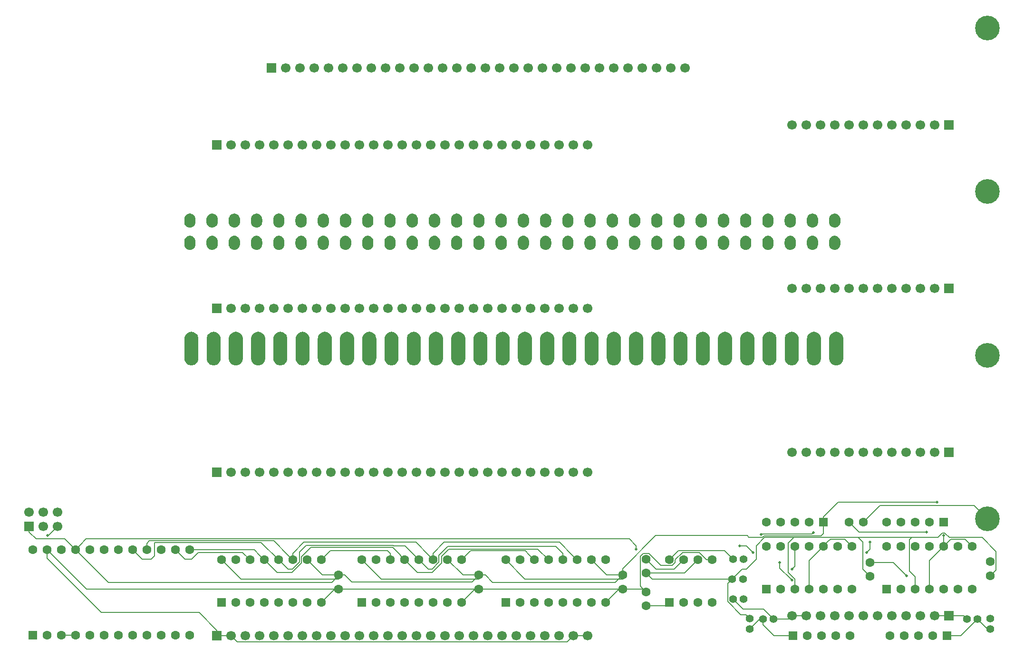
<source format=gtl>
G04 Layer: TopLayer*
G04 EasyEDA v6.3.43, 2020-05-25T11:21:51+02:00*
G04 b2f46ff1345c4209a88c0a1db2e3f32b,10*
G04 Gerber Generator version 0.2*
G04 Scale: 100 percent, Rotated: No, Reflected: No *
G04 Dimensions in inches *
G04 leading zeros omitted , absolute positions ,2 integer and 4 decimal *
%FSLAX24Y24*%
%MOIN*%
G90*
G70D02*

%ADD11C,0.006000*%
%ADD12C,0.020000*%
%ADD13R,0.062990X0.062990*%
%ADD14C,0.062990*%
%ADD15R,0.066930X0.066930*%
%ADD16C,0.066930*%
%ADD17C,0.055120*%
%ADD18C,0.173230*%
%ADD19C,0.027560*%

%LPD*%
G54D11*
G01X3281Y8843D02*
G01X2640Y8203D01*
G01X2578Y8203D01*
G01X63161Y8083D02*
G01X63001Y7923D01*
G01X63001Y5717D01*
G01X63406Y5312D01*
G01X63406Y4898D01*
G01X63406Y4453D01*
G01X51796Y2388D02*
G01X51521Y2664D01*
G01X51169Y2664D01*
G01X50259Y3574D01*
G01X50259Y4835D01*
G01X50304Y4880D01*
G01X50580Y5156D01*
G01X60234Y5343D02*
G01X59736Y5842D01*
G01X59736Y7763D01*
G01X59416Y8083D01*
G01X1281Y8843D02*
G01X1281Y8449D01*
G01X1761Y7968D01*
G01X3781Y7968D01*
G01X4531Y7218D01*
G01X68671Y5390D02*
G01X69076Y5795D01*
G01X69076Y7095D01*
G01X68088Y8083D01*
G01X65791Y8083D01*
G01X65481Y8393D01*
G01X65299Y8393D01*
G01X64989Y8083D01*
G01X63161Y8083D01*
G01X61989Y8083D01*
G01X59416Y8083D01*
G01X54893Y8083D01*
G01X54968Y4453D02*
G01X54968Y4898D01*
G01X54968Y5146D01*
G01X54498Y5616D01*
G01X54498Y7688D01*
G01X54893Y8083D01*
G01X52848Y8083D01*
G01X52265Y7500D01*
G01X52265Y6562D01*
G01X51562Y5859D01*
G01X51283Y5859D01*
G01X50580Y5156D01*
G01X44953Y5156D01*
G01X44531Y5578D01*
G01X47234Y5578D01*
G01X48171Y6515D01*
G01X44531Y3281D02*
G01X45937Y3281D01*
G01X46171Y3515D01*
G01X43828Y7265D02*
G01X43828Y7500D01*
G01X43359Y7968D01*
G01X5281Y7968D01*
G01X4846Y7533D01*
G01X4531Y7218D01*
G01X6828Y4921D01*
G01X22500Y4921D01*
G01X22653Y5075D01*
G01X22653Y5122D01*
G01X22968Y5437D01*
G01X23414Y5437D01*
G01X23906Y4945D01*
G01X32320Y4945D01*
G01X32812Y5437D01*
G01X33257Y5437D01*
G01X33773Y4921D01*
G01X42375Y4921D01*
G01X42890Y5437D01*
G01X42890Y5882D01*
G01X45210Y8203D01*
G01X51627Y8203D01*
G01X51747Y8083D01*
G01X52692Y8083D01*
G01X52806Y8197D01*
G01X56818Y8197D01*
G01X56968Y8348D01*
G01X56968Y9140D01*
G01X56968Y9515D01*
G01X58000Y10546D01*
G01X64921Y10546D01*
G01X40687Y6515D02*
G01X41765Y5437D01*
G01X42890Y5437D01*
G01X42890Y5156D01*
G01X36046Y5156D01*
G01X34687Y6515D01*
G01X30609Y6515D02*
G01X31687Y5437D01*
G01X32812Y5437D01*
G01X32812Y5156D01*
G01X25968Y5156D01*
G01X24609Y6515D01*
G01X14765Y6515D02*
G01X16125Y5156D01*
G01X22968Y5156D01*
G01X22968Y5437D01*
G01X21843Y5437D01*
G01X20765Y6515D01*
G01X54968Y7453D02*
G01X54968Y6057D01*
G01X54853Y5942D01*
G01X54753Y5842D01*
G01X53906Y6328D02*
G01X53906Y5927D01*
G01X54653Y5180D01*
G01X54753Y5080D01*
G01X51093Y7500D02*
G01X51562Y7500D01*
G01X52031Y7031D01*
G01X60234Y6328D02*
G01X61875Y6328D01*
G01X62812Y5390D01*
G01X50625Y3750D02*
G01X51328Y3046D01*
G01X52779Y3046D01*
G01X53482Y2343D01*
G01X54531Y2343D01*
G01X54765Y2578D01*
G01X55765Y2578D01*
G01X64765Y2578D02*
G01X65765Y2578D01*
G01X66796Y2578D01*
G01X67031Y2343D01*
G01X59765Y9140D02*
G01X60937Y10312D01*
G01X67536Y10312D01*
G01X68474Y9375D01*
G01X42890Y4453D02*
G01X44343Y4453D01*
G01X44531Y4265D01*
G01X44216Y4580D01*
G01X44126Y4670D01*
G01X44126Y6756D01*
G01X44336Y6967D01*
G01X44725Y6967D01*
G01X45582Y6110D01*
G01X46366Y6110D01*
G01X46576Y6321D01*
G01X46576Y6519D01*
G01X47088Y7031D01*
G01X48255Y7031D01*
G01X48771Y6515D01*
G01X49171Y6515D01*
G01X22968Y4453D02*
G01X32812Y4453D01*
G01X44531Y6562D02*
G01X45234Y5859D01*
G01X46515Y5859D01*
G01X47171Y6515D01*
G01X41687Y3515D02*
G01X42625Y4453D01*
G01X42890Y4453D01*
G01X32812Y4453D01*
G01X32546Y4453D01*
G01X31609Y3515D01*
G01X3531Y1218D02*
G01X3976Y1218D01*
G01X4531Y1218D01*
G01X21765Y3515D02*
G01X22703Y4453D01*
G01X22968Y4453D01*
G01X5296Y4453D01*
G01X2531Y7218D01*
G01X2531Y6609D01*
G01X6328Y2812D01*
G01X13191Y2812D01*
G01X14437Y1566D01*
G01X14437Y1171D01*
G01X15437Y1171D01*
G01X15772Y837D01*
G01X15862Y747D01*
G01X39012Y747D01*
G01X39437Y1171D01*
G01X40437Y1171D01*
G01X16765Y6515D02*
G01X16250Y7031D01*
G01X13125Y7031D01*
G01X12656Y6562D01*
G01X12187Y6562D01*
G01X11846Y6903D01*
G01X11531Y7218D01*
G01X31609Y6515D02*
G01X32239Y7145D01*
G01X36057Y7145D01*
G01X36372Y6830D01*
G01X36687Y6515D01*
G01X21765Y6515D02*
G01X22401Y7151D01*
G01X26419Y7151D01*
G01X26609Y6961D01*
G01X26609Y6515D01*
G01X9531Y7218D02*
G01X9531Y7664D01*
G01X9715Y7848D01*
G01X18432Y7848D01*
G01X19450Y6830D01*
G01X19765Y6515D01*
G01X19765Y6961D01*
G01X20544Y7740D01*
G01X20958Y7740D01*
G01X20964Y7734D01*
G01X28390Y7734D01*
G01X29294Y6830D01*
G01X29609Y6515D01*
G01X29609Y6961D01*
G01X30382Y7734D01*
G01X38468Y7734D01*
G01X39372Y6830D01*
G01X39687Y6515D01*
G01X8531Y7218D02*
G01X8846Y6903D01*
G01X9187Y6562D01*
G01X9843Y6562D01*
G01X10078Y6796D01*
G01X10078Y7728D01*
G01X17552Y7728D01*
G01X18765Y6515D01*
G01X19421Y5859D01*
G01X19752Y5859D01*
G01X20240Y6347D01*
G01X20240Y7050D01*
G01X20695Y7505D01*
G01X26818Y7505D01*
G01X26823Y7500D01*
G01X27625Y7500D01*
G01X28294Y6830D01*
G01X28609Y6515D01*
G01X29265Y5859D01*
G01X29531Y5859D01*
G01X30014Y6342D01*
G01X30014Y6811D01*
G01X30648Y7445D01*
G01X38203Y7445D01*
G01X38687Y6961D01*
G01X38687Y6515D01*
G01X12531Y7218D02*
G01X17062Y7218D01*
G01X17450Y6830D01*
G01X17765Y6515D01*
G01X18656Y5625D01*
G01X19687Y5625D01*
G01X20360Y6298D01*
G01X20360Y6702D01*
G01X21044Y7385D01*
G01X26768Y7385D01*
G01X27294Y6859D01*
G01X27294Y6830D01*
G01X27609Y6515D01*
G01X28500Y5625D01*
G01X29531Y5625D01*
G01X30204Y6298D01*
G01X30204Y6766D01*
G01X30703Y7265D01*
G01X36937Y7265D01*
G01X37687Y6515D01*
G01X51796Y1640D02*
G01X52500Y2343D01*
G01X52734Y2343D01*
G01X52734Y1953D01*
G01X53516Y1171D01*
G01X54468Y1171D01*
G01X54843Y1171D01*
G01X50625Y6562D02*
G01X50036Y7151D01*
G01X46807Y7151D01*
G01X46486Y6830D01*
G01X46171Y6515D01*
G01X56267Y8420D02*
G01X56164Y8317D01*
G01X52645Y8317D01*
G01X52613Y8285D01*
G01X64218Y8437D02*
G01X59484Y8437D01*
G01X58781Y9140D01*
G01X65406Y7453D02*
G01X65406Y8187D01*
G01X65390Y8203D01*
G01X60234Y7734D02*
G01X60234Y7265D01*
G01X60000Y7031D01*
G01X64406Y4453D02*
G01X64406Y6453D01*
G01X65406Y7453D01*
G01X65721Y7768D01*
G01X65916Y7963D01*
G01X66896Y7963D01*
G01X67406Y7453D01*
G01X55968Y4453D02*
G01X55968Y6453D01*
G01X56968Y7453D01*
G01X57283Y7768D01*
G01X57478Y7963D01*
G01X58458Y7963D01*
G01X58968Y7453D01*
G01X65624Y1171D02*
G01X66607Y1171D01*
G01X67779Y2343D01*
G01X68482Y1640D01*
G01X68671Y1640D01*
G54D13*
G01X1531Y1218D03*
G54D14*
G01X2531Y1218D03*
G01X3531Y1218D03*
G01X4531Y1218D03*
G01X5531Y1218D03*
G01X6531Y1218D03*
G01X7531Y1218D03*
G01X8531Y1218D03*
G01X9531Y1218D03*
G01X10531Y1218D03*
G01X11531Y1218D03*
G01X12531Y1218D03*
G01X12531Y7218D03*
G01X11531Y7218D03*
G01X10531Y7218D03*
G01X9531Y7218D03*
G01X8531Y7218D03*
G01X7531Y7218D03*
G01X6531Y7218D03*
G01X5531Y7218D03*
G01X4531Y7218D03*
G01X3531Y7218D03*
G01X2531Y7218D03*
G01X1531Y7218D03*
G54D15*
G01X65765Y2578D03*
G54D16*
G01X64765Y2578D03*
G01X63765Y2578D03*
G01X62765Y2578D03*
G01X61765Y2578D03*
G01X60765Y2578D03*
G01X59765Y2578D03*
G01X58765Y2578D03*
G01X57765Y2578D03*
G01X56765Y2578D03*
G01X55765Y2578D03*
G01X54765Y2578D03*
G54D15*
G01X14437Y1171D03*
G54D16*
G01X15437Y1171D03*
G01X16437Y1171D03*
G01X17437Y1171D03*
G01X18437Y1171D03*
G01X19437Y1171D03*
G01X20437Y1171D03*
G01X21437Y1171D03*
G01X22437Y1171D03*
G01X23437Y1171D03*
G01X24437Y1171D03*
G01X25437Y1171D03*
G01X26437Y1171D03*
G01X27437Y1171D03*
G01X28437Y1171D03*
G01X29437Y1171D03*
G01X30437Y1171D03*
G01X31437Y1171D03*
G01X32437Y1171D03*
G01X33437Y1171D03*
G01X34437Y1171D03*
G01X35437Y1171D03*
G01X36437Y1171D03*
G01X37437Y1171D03*
G01X38437Y1171D03*
G01X39437Y1171D03*
G01X40437Y1171D03*
G36*
G01X12943Y30212D02*
G01X12940Y30163D01*
G01X12931Y30114D01*
G01X12915Y30067D01*
G01X12894Y30022D01*
G01X12868Y29980D01*
G01X12837Y29942D01*
G01X12800Y29909D01*
G01X12760Y29879D01*
G01X12717Y29856D01*
G01X12671Y29837D01*
G01X12623Y29825D01*
G01X12574Y29819D01*
G01X12525Y29819D01*
G01X12476Y29825D01*
G01X12428Y29837D01*
G01X12382Y29856D01*
G01X12338Y29879D01*
G01X12299Y29909D01*
G01X12263Y29942D01*
G01X12231Y29980D01*
G01X12205Y30022D01*
G01X12183Y30067D01*
G01X12168Y30114D01*
G01X12159Y30163D01*
G01X12156Y30212D01*
G01X12156Y30409D01*
G01X12159Y30458D01*
G01X12168Y30507D01*
G01X12183Y30554D01*
G01X12205Y30598D01*
G01X12231Y30640D01*
G01X12263Y30678D01*
G01X12299Y30712D01*
G01X12338Y30741D01*
G01X12382Y30765D01*
G01X12428Y30783D01*
G01X12476Y30795D01*
G01X12525Y30802D01*
G01X12574Y30802D01*
G01X12623Y30795D01*
G01X12671Y30783D01*
G01X12717Y30765D01*
G01X12760Y30741D01*
G01X12800Y30712D01*
G01X12837Y30678D01*
G01X12868Y30640D01*
G01X12894Y30598D01*
G01X12915Y30554D01*
G01X12931Y30507D01*
G01X12940Y30458D01*
G01X12943Y30409D01*
G01X12943Y30212D01*
G37*
G36*
G01X12943Y28653D02*
G01X12940Y28603D01*
G01X12931Y28555D01*
G01X12915Y28508D01*
G01X12894Y28463D01*
G01X12868Y28421D01*
G01X12837Y28383D01*
G01X12800Y28349D01*
G01X12760Y28320D01*
G01X12717Y28297D01*
G01X12671Y28278D01*
G01X12623Y28266D01*
G01X12574Y28260D01*
G01X12525Y28260D01*
G01X12476Y28266D01*
G01X12428Y28278D01*
G01X12382Y28297D01*
G01X12338Y28320D01*
G01X12299Y28349D01*
G01X12263Y28383D01*
G01X12231Y28421D01*
G01X12205Y28463D01*
G01X12183Y28508D01*
G01X12168Y28555D01*
G01X12159Y28603D01*
G01X12156Y28653D01*
G01X12156Y28850D01*
G01X12159Y28899D01*
G01X12168Y28948D01*
G01X12183Y28995D01*
G01X12205Y29039D01*
G01X12231Y29081D01*
G01X12263Y29119D01*
G01X12299Y29153D01*
G01X12338Y29182D01*
G01X12382Y29206D01*
G01X12428Y29224D01*
G01X12476Y29236D01*
G01X12525Y29243D01*
G01X12574Y29243D01*
G01X12623Y29236D01*
G01X12671Y29224D01*
G01X12717Y29206D01*
G01X12760Y29182D01*
G01X12800Y29153D01*
G01X12837Y29119D01*
G01X12868Y29081D01*
G01X12894Y29039D01*
G01X12915Y28995D01*
G01X12931Y28948D01*
G01X12940Y28899D01*
G01X12943Y28850D01*
G01X12943Y28653D01*
G37*
G36*
G01X14502Y30212D02*
G01X14499Y30163D01*
G01X14490Y30114D01*
G01X14475Y30067D01*
G01X14453Y30022D01*
G01X14427Y29980D01*
G01X14395Y29942D01*
G01X14359Y29909D01*
G01X14319Y29879D01*
G01X14276Y29856D01*
G01X14230Y29837D01*
G01X14182Y29825D01*
G01X14133Y29819D01*
G01X14084Y29819D01*
G01X14035Y29825D01*
G01X13987Y29837D01*
G01X13941Y29856D01*
G01X13898Y29879D01*
G01X13858Y29909D01*
G01X13821Y29942D01*
G01X13790Y29980D01*
G01X13763Y30022D01*
G01X13743Y30067D01*
G01X13727Y30114D01*
G01X13718Y30163D01*
G01X13715Y30212D01*
G01X13715Y30409D01*
G01X13718Y30458D01*
G01X13727Y30507D01*
G01X13743Y30554D01*
G01X13763Y30598D01*
G01X13790Y30640D01*
G01X13821Y30678D01*
G01X13858Y30712D01*
G01X13898Y30741D01*
G01X13941Y30765D01*
G01X13987Y30783D01*
G01X14035Y30795D01*
G01X14084Y30802D01*
G01X14133Y30802D01*
G01X14182Y30795D01*
G01X14230Y30783D01*
G01X14276Y30765D01*
G01X14319Y30741D01*
G01X14359Y30712D01*
G01X14395Y30678D01*
G01X14427Y30640D01*
G01X14453Y30598D01*
G01X14475Y30554D01*
G01X14490Y30507D01*
G01X14499Y30458D01*
G01X14502Y30409D01*
G01X14502Y30212D01*
G37*
G36*
G01X14502Y28653D02*
G01X14499Y28603D01*
G01X14490Y28555D01*
G01X14475Y28508D01*
G01X14453Y28463D01*
G01X14427Y28421D01*
G01X14395Y28383D01*
G01X14359Y28349D01*
G01X14319Y28320D01*
G01X14276Y28297D01*
G01X14230Y28278D01*
G01X14182Y28266D01*
G01X14133Y28260D01*
G01X14084Y28260D01*
G01X14035Y28266D01*
G01X13987Y28278D01*
G01X13941Y28297D01*
G01X13898Y28320D01*
G01X13858Y28349D01*
G01X13821Y28383D01*
G01X13790Y28421D01*
G01X13763Y28463D01*
G01X13743Y28508D01*
G01X13727Y28555D01*
G01X13718Y28603D01*
G01X13715Y28653D01*
G01X13715Y28850D01*
G01X13718Y28899D01*
G01X13727Y28948D01*
G01X13743Y28995D01*
G01X13763Y29039D01*
G01X13790Y29081D01*
G01X13821Y29119D01*
G01X13858Y29153D01*
G01X13898Y29182D01*
G01X13941Y29206D01*
G01X13987Y29224D01*
G01X14035Y29236D01*
G01X14084Y29243D01*
G01X14133Y29243D01*
G01X14182Y29236D01*
G01X14230Y29224D01*
G01X14276Y29206D01*
G01X14319Y29182D01*
G01X14359Y29153D01*
G01X14395Y29119D01*
G01X14427Y29081D01*
G01X14453Y29039D01*
G01X14475Y28995D01*
G01X14490Y28948D01*
G01X14499Y28899D01*
G01X14502Y28850D01*
G01X14502Y28653D01*
G37*
G36*
G01X16061Y30212D02*
G01X16058Y30163D01*
G01X16049Y30114D01*
G01X16034Y30067D01*
G01X16013Y30022D01*
G01X15986Y29980D01*
G01X15955Y29942D01*
G01X15919Y29909D01*
G01X15878Y29879D01*
G01X15835Y29856D01*
G01X15789Y29837D01*
G01X15741Y29825D01*
G01X15692Y29819D01*
G01X15643Y29819D01*
G01X15594Y29825D01*
G01X15546Y29837D01*
G01X15500Y29856D01*
G01X15457Y29879D01*
G01X15417Y29909D01*
G01X15381Y29942D01*
G01X15349Y29980D01*
G01X15323Y30022D01*
G01X15301Y30067D01*
G01X15286Y30114D01*
G01X15277Y30163D01*
G01X15274Y30212D01*
G01X15274Y30409D01*
G01X15277Y30458D01*
G01X15286Y30507D01*
G01X15301Y30554D01*
G01X15323Y30598D01*
G01X15349Y30640D01*
G01X15381Y30678D01*
G01X15417Y30712D01*
G01X15457Y30741D01*
G01X15500Y30765D01*
G01X15546Y30783D01*
G01X15594Y30795D01*
G01X15643Y30802D01*
G01X15692Y30802D01*
G01X15741Y30795D01*
G01X15789Y30783D01*
G01X15835Y30765D01*
G01X15878Y30741D01*
G01X15919Y30712D01*
G01X15955Y30678D01*
G01X15986Y30640D01*
G01X16013Y30598D01*
G01X16034Y30554D01*
G01X16049Y30507D01*
G01X16058Y30458D01*
G01X16061Y30409D01*
G01X16061Y30212D01*
G37*
G36*
G01X16061Y28653D02*
G01X16058Y28603D01*
G01X16049Y28555D01*
G01X16034Y28508D01*
G01X16013Y28463D01*
G01X15986Y28421D01*
G01X15955Y28383D01*
G01X15919Y28349D01*
G01X15878Y28320D01*
G01X15835Y28297D01*
G01X15789Y28278D01*
G01X15741Y28266D01*
G01X15692Y28260D01*
G01X15643Y28260D01*
G01X15594Y28266D01*
G01X15546Y28278D01*
G01X15500Y28297D01*
G01X15457Y28320D01*
G01X15417Y28349D01*
G01X15381Y28383D01*
G01X15349Y28421D01*
G01X15323Y28463D01*
G01X15301Y28508D01*
G01X15286Y28555D01*
G01X15277Y28603D01*
G01X15274Y28653D01*
G01X15274Y28850D01*
G01X15277Y28899D01*
G01X15286Y28948D01*
G01X15301Y28995D01*
G01X15323Y29039D01*
G01X15349Y29081D01*
G01X15381Y29119D01*
G01X15417Y29153D01*
G01X15457Y29182D01*
G01X15500Y29206D01*
G01X15546Y29224D01*
G01X15594Y29236D01*
G01X15643Y29243D01*
G01X15692Y29243D01*
G01X15741Y29236D01*
G01X15789Y29224D01*
G01X15835Y29206D01*
G01X15878Y29182D01*
G01X15919Y29153D01*
G01X15955Y29119D01*
G01X15986Y29081D01*
G01X16013Y29039D01*
G01X16034Y28995D01*
G01X16049Y28948D01*
G01X16058Y28899D01*
G01X16061Y28850D01*
G01X16061Y28653D01*
G37*
G36*
G01X17620Y30212D02*
G01X17617Y30163D01*
G01X17608Y30114D01*
G01X17593Y30067D01*
G01X17572Y30022D01*
G01X17545Y29980D01*
G01X17514Y29942D01*
G01X17478Y29909D01*
G01X17438Y29879D01*
G01X17394Y29856D01*
G01X17348Y29837D01*
G01X17300Y29825D01*
G01X17251Y29819D01*
G01X17202Y29819D01*
G01X17153Y29825D01*
G01X17105Y29837D01*
G01X17059Y29856D01*
G01X17016Y29879D01*
G01X16976Y29909D01*
G01X16940Y29942D01*
G01X16908Y29980D01*
G01X16882Y30022D01*
G01X16861Y30067D01*
G01X16845Y30114D01*
G01X16836Y30163D01*
G01X16833Y30212D01*
G01X16833Y30409D01*
G01X16836Y30458D01*
G01X16845Y30507D01*
G01X16861Y30554D01*
G01X16882Y30598D01*
G01X16908Y30640D01*
G01X16940Y30678D01*
G01X16976Y30712D01*
G01X17016Y30741D01*
G01X17059Y30765D01*
G01X17105Y30783D01*
G01X17153Y30795D01*
G01X17202Y30802D01*
G01X17251Y30802D01*
G01X17300Y30795D01*
G01X17348Y30783D01*
G01X17394Y30765D01*
G01X17438Y30741D01*
G01X17478Y30712D01*
G01X17514Y30678D01*
G01X17545Y30640D01*
G01X17572Y30598D01*
G01X17593Y30554D01*
G01X17608Y30507D01*
G01X17617Y30458D01*
G01X17620Y30409D01*
G01X17620Y30212D01*
G37*
G36*
G01X17620Y28653D02*
G01X17617Y28603D01*
G01X17608Y28555D01*
G01X17593Y28508D01*
G01X17572Y28463D01*
G01X17545Y28421D01*
G01X17514Y28383D01*
G01X17478Y28349D01*
G01X17438Y28320D01*
G01X17394Y28297D01*
G01X17348Y28278D01*
G01X17300Y28266D01*
G01X17251Y28260D01*
G01X17202Y28260D01*
G01X17153Y28266D01*
G01X17105Y28278D01*
G01X17059Y28297D01*
G01X17016Y28320D01*
G01X16976Y28349D01*
G01X16940Y28383D01*
G01X16908Y28421D01*
G01X16882Y28463D01*
G01X16861Y28508D01*
G01X16845Y28555D01*
G01X16836Y28603D01*
G01X16833Y28653D01*
G01X16833Y28850D01*
G01X16836Y28899D01*
G01X16845Y28948D01*
G01X16861Y28995D01*
G01X16882Y29039D01*
G01X16908Y29081D01*
G01X16940Y29119D01*
G01X16976Y29153D01*
G01X17016Y29182D01*
G01X17059Y29206D01*
G01X17105Y29224D01*
G01X17153Y29236D01*
G01X17202Y29243D01*
G01X17251Y29243D01*
G01X17300Y29236D01*
G01X17348Y29224D01*
G01X17394Y29206D01*
G01X17438Y29182D01*
G01X17478Y29153D01*
G01X17514Y29119D01*
G01X17545Y29081D01*
G01X17572Y29039D01*
G01X17593Y28995D01*
G01X17608Y28948D01*
G01X17617Y28899D01*
G01X17620Y28850D01*
G01X17620Y28653D01*
G37*
G36*
G01X19179Y30212D02*
G01X19176Y30163D01*
G01X19167Y30114D01*
G01X19152Y30067D01*
G01X19131Y30022D01*
G01X19104Y29980D01*
G01X19073Y29942D01*
G01X19037Y29909D01*
G01X18997Y29879D01*
G01X18953Y29856D01*
G01X18907Y29837D01*
G01X18859Y29825D01*
G01X18810Y29819D01*
G01X18761Y29819D01*
G01X18712Y29825D01*
G01X18664Y29837D01*
G01X18618Y29856D01*
G01X18575Y29879D01*
G01X18535Y29909D01*
G01X18499Y29942D01*
G01X18467Y29980D01*
G01X18441Y30022D01*
G01X18420Y30067D01*
G01X18404Y30114D01*
G01X18395Y30163D01*
G01X18392Y30212D01*
G01X18392Y30409D01*
G01X18395Y30458D01*
G01X18404Y30507D01*
G01X18420Y30554D01*
G01X18441Y30598D01*
G01X18467Y30640D01*
G01X18499Y30678D01*
G01X18535Y30712D01*
G01X18575Y30741D01*
G01X18618Y30765D01*
G01X18664Y30783D01*
G01X18712Y30795D01*
G01X18761Y30802D01*
G01X18810Y30802D01*
G01X18859Y30795D01*
G01X18907Y30783D01*
G01X18953Y30765D01*
G01X18997Y30741D01*
G01X19037Y30712D01*
G01X19073Y30678D01*
G01X19104Y30640D01*
G01X19131Y30598D01*
G01X19152Y30554D01*
G01X19167Y30507D01*
G01X19176Y30458D01*
G01X19179Y30409D01*
G01X19179Y30212D01*
G37*
G36*
G01X19179Y28653D02*
G01X19176Y28603D01*
G01X19167Y28555D01*
G01X19152Y28508D01*
G01X19131Y28463D01*
G01X19104Y28421D01*
G01X19073Y28383D01*
G01X19037Y28349D01*
G01X18997Y28320D01*
G01X18953Y28297D01*
G01X18907Y28278D01*
G01X18859Y28266D01*
G01X18810Y28260D01*
G01X18761Y28260D01*
G01X18712Y28266D01*
G01X18664Y28278D01*
G01X18618Y28297D01*
G01X18575Y28320D01*
G01X18535Y28349D01*
G01X18499Y28383D01*
G01X18467Y28421D01*
G01X18441Y28463D01*
G01X18420Y28508D01*
G01X18404Y28555D01*
G01X18395Y28603D01*
G01X18392Y28653D01*
G01X18392Y28850D01*
G01X18395Y28899D01*
G01X18404Y28948D01*
G01X18420Y28995D01*
G01X18441Y29039D01*
G01X18467Y29081D01*
G01X18499Y29119D01*
G01X18535Y29153D01*
G01X18575Y29182D01*
G01X18618Y29206D01*
G01X18664Y29224D01*
G01X18712Y29236D01*
G01X18761Y29243D01*
G01X18810Y29243D01*
G01X18859Y29236D01*
G01X18907Y29224D01*
G01X18953Y29206D01*
G01X18997Y29182D01*
G01X19037Y29153D01*
G01X19073Y29119D01*
G01X19104Y29081D01*
G01X19131Y29039D01*
G01X19152Y28995D01*
G01X19167Y28948D01*
G01X19176Y28899D01*
G01X19179Y28850D01*
G01X19179Y28653D01*
G37*
G36*
G01X20738Y30212D02*
G01X20735Y30163D01*
G01X20726Y30114D01*
G01X20711Y30067D01*
G01X20690Y30022D01*
G01X20663Y29980D01*
G01X20632Y29942D01*
G01X20596Y29909D01*
G01X20556Y29879D01*
G01X20512Y29856D01*
G01X20466Y29837D01*
G01X20419Y29825D01*
G01X20370Y29819D01*
G01X20320Y29819D01*
G01X20271Y29825D01*
G01X20223Y29837D01*
G01X20177Y29856D01*
G01X20134Y29879D01*
G01X20094Y29909D01*
G01X20058Y29942D01*
G01X20026Y29980D01*
G01X20000Y30022D01*
G01X19979Y30067D01*
G01X19963Y30114D01*
G01X19954Y30163D01*
G01X19951Y30212D01*
G01X19951Y30409D01*
G01X19954Y30458D01*
G01X19963Y30507D01*
G01X19979Y30554D01*
G01X20000Y30598D01*
G01X20026Y30640D01*
G01X20058Y30678D01*
G01X20094Y30712D01*
G01X20134Y30741D01*
G01X20177Y30765D01*
G01X20223Y30783D01*
G01X20271Y30795D01*
G01X20320Y30802D01*
G01X20370Y30802D01*
G01X20419Y30795D01*
G01X20466Y30783D01*
G01X20512Y30765D01*
G01X20556Y30741D01*
G01X20596Y30712D01*
G01X20632Y30678D01*
G01X20663Y30640D01*
G01X20690Y30598D01*
G01X20711Y30554D01*
G01X20726Y30507D01*
G01X20735Y30458D01*
G01X20738Y30409D01*
G01X20738Y30212D01*
G37*
G36*
G01X20738Y28653D02*
G01X20735Y28603D01*
G01X20726Y28555D01*
G01X20711Y28508D01*
G01X20690Y28463D01*
G01X20663Y28421D01*
G01X20632Y28383D01*
G01X20596Y28349D01*
G01X20556Y28320D01*
G01X20512Y28297D01*
G01X20466Y28278D01*
G01X20419Y28266D01*
G01X20370Y28260D01*
G01X20320Y28260D01*
G01X20271Y28266D01*
G01X20223Y28278D01*
G01X20177Y28297D01*
G01X20134Y28320D01*
G01X20094Y28349D01*
G01X20058Y28383D01*
G01X20026Y28421D01*
G01X20000Y28463D01*
G01X19979Y28508D01*
G01X19963Y28555D01*
G01X19954Y28603D01*
G01X19951Y28653D01*
G01X19951Y28850D01*
G01X19954Y28899D01*
G01X19963Y28948D01*
G01X19979Y28995D01*
G01X20000Y29039D01*
G01X20026Y29081D01*
G01X20058Y29119D01*
G01X20094Y29153D01*
G01X20134Y29182D01*
G01X20177Y29206D01*
G01X20223Y29224D01*
G01X20271Y29236D01*
G01X20320Y29243D01*
G01X20370Y29243D01*
G01X20419Y29236D01*
G01X20466Y29224D01*
G01X20512Y29206D01*
G01X20556Y29182D01*
G01X20596Y29153D01*
G01X20632Y29119D01*
G01X20663Y29081D01*
G01X20690Y29039D01*
G01X20711Y28995D01*
G01X20726Y28948D01*
G01X20735Y28899D01*
G01X20738Y28850D01*
G01X20738Y28653D01*
G37*
G36*
G01X22297Y30212D02*
G01X22294Y30163D01*
G01X22285Y30114D01*
G01X22270Y30067D01*
G01X22249Y30022D01*
G01X22222Y29980D01*
G01X22191Y29942D01*
G01X22155Y29909D01*
G01X22115Y29879D01*
G01X22071Y29856D01*
G01X22026Y29837D01*
G01X21978Y29825D01*
G01X21928Y29819D01*
G01X21879Y29819D01*
G01X21830Y29825D01*
G01X21782Y29837D01*
G01X21736Y29856D01*
G01X21693Y29879D01*
G01X21653Y29909D01*
G01X21617Y29942D01*
G01X21585Y29980D01*
G01X21559Y30022D01*
G01X21538Y30067D01*
G01X21522Y30114D01*
G01X21513Y30163D01*
G01X21510Y30212D01*
G01X21510Y30409D01*
G01X21513Y30458D01*
G01X21522Y30507D01*
G01X21538Y30554D01*
G01X21559Y30598D01*
G01X21585Y30640D01*
G01X21617Y30678D01*
G01X21653Y30712D01*
G01X21693Y30741D01*
G01X21736Y30765D01*
G01X21782Y30783D01*
G01X21830Y30795D01*
G01X21879Y30802D01*
G01X21928Y30802D01*
G01X21978Y30795D01*
G01X22026Y30783D01*
G01X22071Y30765D01*
G01X22115Y30741D01*
G01X22155Y30712D01*
G01X22191Y30678D01*
G01X22222Y30640D01*
G01X22249Y30598D01*
G01X22270Y30554D01*
G01X22285Y30507D01*
G01X22294Y30458D01*
G01X22297Y30409D01*
G01X22297Y30212D01*
G37*
G36*
G01X22297Y28653D02*
G01X22294Y28603D01*
G01X22285Y28555D01*
G01X22270Y28508D01*
G01X22249Y28463D01*
G01X22222Y28421D01*
G01X22191Y28383D01*
G01X22155Y28349D01*
G01X22115Y28320D01*
G01X22071Y28297D01*
G01X22026Y28278D01*
G01X21978Y28266D01*
G01X21928Y28260D01*
G01X21879Y28260D01*
G01X21830Y28266D01*
G01X21782Y28278D01*
G01X21736Y28297D01*
G01X21693Y28320D01*
G01X21653Y28349D01*
G01X21617Y28383D01*
G01X21585Y28421D01*
G01X21559Y28463D01*
G01X21538Y28508D01*
G01X21522Y28555D01*
G01X21513Y28603D01*
G01X21510Y28653D01*
G01X21510Y28850D01*
G01X21513Y28899D01*
G01X21522Y28948D01*
G01X21538Y28995D01*
G01X21559Y29039D01*
G01X21585Y29081D01*
G01X21617Y29119D01*
G01X21653Y29153D01*
G01X21693Y29182D01*
G01X21736Y29206D01*
G01X21782Y29224D01*
G01X21830Y29236D01*
G01X21879Y29243D01*
G01X21928Y29243D01*
G01X21978Y29236D01*
G01X22026Y29224D01*
G01X22071Y29206D01*
G01X22115Y29182D01*
G01X22155Y29153D01*
G01X22191Y29119D01*
G01X22222Y29081D01*
G01X22249Y29039D01*
G01X22270Y28995D01*
G01X22285Y28948D01*
G01X22294Y28899D01*
G01X22297Y28850D01*
G01X22297Y28653D01*
G37*
G36*
G01X23857Y30212D02*
G01X23853Y30163D01*
G01X23844Y30114D01*
G01X23829Y30067D01*
G01X23808Y30022D01*
G01X23781Y29980D01*
G01X23750Y29942D01*
G01X23714Y29909D01*
G01X23674Y29879D01*
G01X23631Y29856D01*
G01X23584Y29837D01*
G01X23537Y29825D01*
G01X23488Y29819D01*
G01X23438Y29819D01*
G01X23389Y29825D01*
G01X23341Y29837D01*
G01X23295Y29856D01*
G01X23252Y29879D01*
G01X23212Y29909D01*
G01X23176Y29942D01*
G01X23144Y29980D01*
G01X23118Y30022D01*
G01X23097Y30067D01*
G01X23082Y30114D01*
G01X23072Y30163D01*
G01X23069Y30212D01*
G01X23069Y30409D01*
G01X23072Y30458D01*
G01X23082Y30507D01*
G01X23097Y30554D01*
G01X23118Y30598D01*
G01X23144Y30640D01*
G01X23176Y30678D01*
G01X23212Y30712D01*
G01X23252Y30741D01*
G01X23295Y30765D01*
G01X23341Y30783D01*
G01X23389Y30795D01*
G01X23438Y30802D01*
G01X23488Y30802D01*
G01X23537Y30795D01*
G01X23584Y30783D01*
G01X23631Y30765D01*
G01X23674Y30741D01*
G01X23714Y30712D01*
G01X23750Y30678D01*
G01X23781Y30640D01*
G01X23808Y30598D01*
G01X23829Y30554D01*
G01X23844Y30507D01*
G01X23853Y30458D01*
G01X23857Y30409D01*
G01X23857Y30212D01*
G37*
G36*
G01X23857Y28653D02*
G01X23853Y28603D01*
G01X23844Y28555D01*
G01X23829Y28508D01*
G01X23808Y28463D01*
G01X23781Y28421D01*
G01X23750Y28383D01*
G01X23714Y28349D01*
G01X23674Y28320D01*
G01X23631Y28297D01*
G01X23584Y28278D01*
G01X23537Y28266D01*
G01X23488Y28260D01*
G01X23438Y28260D01*
G01X23389Y28266D01*
G01X23341Y28278D01*
G01X23295Y28297D01*
G01X23252Y28320D01*
G01X23212Y28349D01*
G01X23176Y28383D01*
G01X23144Y28421D01*
G01X23118Y28463D01*
G01X23097Y28508D01*
G01X23082Y28555D01*
G01X23072Y28603D01*
G01X23069Y28653D01*
G01X23069Y28850D01*
G01X23072Y28899D01*
G01X23082Y28948D01*
G01X23097Y28995D01*
G01X23118Y29039D01*
G01X23144Y29081D01*
G01X23176Y29119D01*
G01X23212Y29153D01*
G01X23252Y29182D01*
G01X23295Y29206D01*
G01X23341Y29224D01*
G01X23389Y29236D01*
G01X23438Y29243D01*
G01X23488Y29243D01*
G01X23537Y29236D01*
G01X23584Y29224D01*
G01X23631Y29206D01*
G01X23674Y29182D01*
G01X23714Y29153D01*
G01X23750Y29119D01*
G01X23781Y29081D01*
G01X23808Y29039D01*
G01X23829Y28995D01*
G01X23844Y28948D01*
G01X23853Y28899D01*
G01X23857Y28850D01*
G01X23857Y28653D01*
G37*
G36*
G01X25416Y30212D02*
G01X25413Y30163D01*
G01X25403Y30114D01*
G01X25388Y30067D01*
G01X25367Y30022D01*
G01X25340Y29980D01*
G01X25309Y29942D01*
G01X25273Y29909D01*
G01X25233Y29879D01*
G01X25189Y29856D01*
G01X25144Y29837D01*
G01X25096Y29825D01*
G01X25047Y29819D01*
G01X24997Y29819D01*
G01X24948Y29825D01*
G01X24900Y29837D01*
G01X24854Y29856D01*
G01X24811Y29879D01*
G01X24771Y29909D01*
G01X24735Y29942D01*
G01X24703Y29980D01*
G01X24677Y30022D01*
G01X24656Y30067D01*
G01X24641Y30114D01*
G01X24631Y30163D01*
G01X24628Y30212D01*
G01X24628Y30409D01*
G01X24631Y30458D01*
G01X24641Y30507D01*
G01X24656Y30554D01*
G01X24677Y30598D01*
G01X24703Y30640D01*
G01X24735Y30678D01*
G01X24771Y30712D01*
G01X24811Y30741D01*
G01X24854Y30765D01*
G01X24900Y30783D01*
G01X24948Y30795D01*
G01X24997Y30802D01*
G01X25047Y30802D01*
G01X25096Y30795D01*
G01X25144Y30783D01*
G01X25189Y30765D01*
G01X25233Y30741D01*
G01X25273Y30712D01*
G01X25309Y30678D01*
G01X25340Y30640D01*
G01X25367Y30598D01*
G01X25388Y30554D01*
G01X25403Y30507D01*
G01X25413Y30458D01*
G01X25416Y30409D01*
G01X25416Y30212D01*
G37*
G36*
G01X25416Y28653D02*
G01X25413Y28603D01*
G01X25403Y28555D01*
G01X25388Y28508D01*
G01X25367Y28463D01*
G01X25340Y28421D01*
G01X25309Y28383D01*
G01X25273Y28349D01*
G01X25233Y28320D01*
G01X25189Y28297D01*
G01X25144Y28278D01*
G01X25096Y28266D01*
G01X25047Y28260D01*
G01X24997Y28260D01*
G01X24948Y28266D01*
G01X24900Y28278D01*
G01X24854Y28297D01*
G01X24811Y28320D01*
G01X24771Y28349D01*
G01X24735Y28383D01*
G01X24703Y28421D01*
G01X24677Y28463D01*
G01X24656Y28508D01*
G01X24641Y28555D01*
G01X24631Y28603D01*
G01X24628Y28653D01*
G01X24628Y28850D01*
G01X24631Y28899D01*
G01X24641Y28948D01*
G01X24656Y28995D01*
G01X24677Y29039D01*
G01X24703Y29081D01*
G01X24735Y29119D01*
G01X24771Y29153D01*
G01X24811Y29182D01*
G01X24854Y29206D01*
G01X24900Y29224D01*
G01X24948Y29236D01*
G01X24997Y29243D01*
G01X25047Y29243D01*
G01X25096Y29236D01*
G01X25144Y29224D01*
G01X25189Y29206D01*
G01X25233Y29182D01*
G01X25273Y29153D01*
G01X25309Y29119D01*
G01X25340Y29081D01*
G01X25367Y29039D01*
G01X25388Y28995D01*
G01X25403Y28948D01*
G01X25413Y28899D01*
G01X25416Y28850D01*
G01X25416Y28653D01*
G37*
G36*
G01X26975Y30212D02*
G01X26971Y30163D01*
G01X26962Y30114D01*
G01X26947Y30067D01*
G01X26926Y30022D01*
G01X26900Y29980D01*
G01X26868Y29942D01*
G01X26832Y29909D01*
G01X26792Y29879D01*
G01X26749Y29856D01*
G01X26703Y29837D01*
G01X26655Y29825D01*
G01X26606Y29819D01*
G01X26556Y29819D01*
G01X26507Y29825D01*
G01X26459Y29837D01*
G01X26413Y29856D01*
G01X26370Y29879D01*
G01X26330Y29909D01*
G01X26294Y29942D01*
G01X26262Y29980D01*
G01X26236Y30022D01*
G01X26215Y30067D01*
G01X26200Y30114D01*
G01X26190Y30163D01*
G01X26187Y30212D01*
G01X26187Y30409D01*
G01X26190Y30458D01*
G01X26200Y30507D01*
G01X26215Y30554D01*
G01X26236Y30598D01*
G01X26262Y30640D01*
G01X26294Y30678D01*
G01X26330Y30712D01*
G01X26370Y30741D01*
G01X26413Y30765D01*
G01X26459Y30783D01*
G01X26507Y30795D01*
G01X26556Y30802D01*
G01X26606Y30802D01*
G01X26655Y30795D01*
G01X26703Y30783D01*
G01X26749Y30765D01*
G01X26792Y30741D01*
G01X26832Y30712D01*
G01X26868Y30678D01*
G01X26900Y30640D01*
G01X26926Y30598D01*
G01X26947Y30554D01*
G01X26962Y30507D01*
G01X26971Y30458D01*
G01X26975Y30409D01*
G01X26975Y30212D01*
G37*
G36*
G01X26975Y28653D02*
G01X26971Y28603D01*
G01X26962Y28555D01*
G01X26947Y28508D01*
G01X26926Y28463D01*
G01X26900Y28421D01*
G01X26868Y28383D01*
G01X26832Y28349D01*
G01X26792Y28320D01*
G01X26749Y28297D01*
G01X26703Y28278D01*
G01X26655Y28266D01*
G01X26606Y28260D01*
G01X26556Y28260D01*
G01X26507Y28266D01*
G01X26459Y28278D01*
G01X26413Y28297D01*
G01X26370Y28320D01*
G01X26330Y28349D01*
G01X26294Y28383D01*
G01X26262Y28421D01*
G01X26236Y28463D01*
G01X26215Y28508D01*
G01X26200Y28555D01*
G01X26190Y28603D01*
G01X26187Y28653D01*
G01X26187Y28850D01*
G01X26190Y28899D01*
G01X26200Y28948D01*
G01X26215Y28995D01*
G01X26236Y29039D01*
G01X26262Y29081D01*
G01X26294Y29119D01*
G01X26330Y29153D01*
G01X26370Y29182D01*
G01X26413Y29206D01*
G01X26459Y29224D01*
G01X26507Y29236D01*
G01X26556Y29243D01*
G01X26606Y29243D01*
G01X26655Y29236D01*
G01X26703Y29224D01*
G01X26749Y29206D01*
G01X26792Y29182D01*
G01X26832Y29153D01*
G01X26868Y29119D01*
G01X26900Y29081D01*
G01X26926Y29039D01*
G01X26947Y28995D01*
G01X26962Y28948D01*
G01X26971Y28899D01*
G01X26975Y28850D01*
G01X26975Y28653D01*
G37*
G36*
G01X28534Y30212D02*
G01X28531Y30163D01*
G01X28521Y30114D01*
G01X28506Y30067D01*
G01X28485Y30022D01*
G01X28458Y29980D01*
G01X28427Y29942D01*
G01X28391Y29909D01*
G01X28351Y29879D01*
G01X28308Y29856D01*
G01X28262Y29837D01*
G01X28214Y29825D01*
G01X28165Y29819D01*
G01X28115Y29819D01*
G01X28066Y29825D01*
G01X28018Y29837D01*
G01X27972Y29856D01*
G01X27929Y29879D01*
G01X27889Y29909D01*
G01X27853Y29942D01*
G01X27821Y29980D01*
G01X27795Y30022D01*
G01X27774Y30067D01*
G01X27759Y30114D01*
G01X27749Y30163D01*
G01X27746Y30212D01*
G01X27746Y30409D01*
G01X27749Y30458D01*
G01X27759Y30507D01*
G01X27774Y30554D01*
G01X27795Y30598D01*
G01X27821Y30640D01*
G01X27853Y30678D01*
G01X27889Y30712D01*
G01X27929Y30741D01*
G01X27972Y30765D01*
G01X28018Y30783D01*
G01X28066Y30795D01*
G01X28115Y30802D01*
G01X28165Y30802D01*
G01X28214Y30795D01*
G01X28262Y30783D01*
G01X28308Y30765D01*
G01X28351Y30741D01*
G01X28391Y30712D01*
G01X28427Y30678D01*
G01X28458Y30640D01*
G01X28485Y30598D01*
G01X28506Y30554D01*
G01X28521Y30507D01*
G01X28531Y30458D01*
G01X28534Y30409D01*
G01X28534Y30212D01*
G37*
G36*
G01X28534Y28653D02*
G01X28531Y28603D01*
G01X28521Y28555D01*
G01X28506Y28508D01*
G01X28485Y28463D01*
G01X28458Y28421D01*
G01X28427Y28383D01*
G01X28391Y28349D01*
G01X28351Y28320D01*
G01X28308Y28297D01*
G01X28262Y28278D01*
G01X28214Y28266D01*
G01X28165Y28260D01*
G01X28115Y28260D01*
G01X28066Y28266D01*
G01X28018Y28278D01*
G01X27972Y28297D01*
G01X27929Y28320D01*
G01X27889Y28349D01*
G01X27853Y28383D01*
G01X27821Y28421D01*
G01X27795Y28463D01*
G01X27774Y28508D01*
G01X27759Y28555D01*
G01X27749Y28603D01*
G01X27746Y28653D01*
G01X27746Y28850D01*
G01X27749Y28899D01*
G01X27759Y28948D01*
G01X27774Y28995D01*
G01X27795Y29039D01*
G01X27821Y29081D01*
G01X27853Y29119D01*
G01X27889Y29153D01*
G01X27929Y29182D01*
G01X27972Y29206D01*
G01X28018Y29224D01*
G01X28066Y29236D01*
G01X28115Y29243D01*
G01X28165Y29243D01*
G01X28214Y29236D01*
G01X28262Y29224D01*
G01X28308Y29206D01*
G01X28351Y29182D01*
G01X28391Y29153D01*
G01X28427Y29119D01*
G01X28458Y29081D01*
G01X28485Y29039D01*
G01X28506Y28995D01*
G01X28521Y28948D01*
G01X28531Y28899D01*
G01X28534Y28850D01*
G01X28534Y28653D01*
G37*
G36*
G01X30093Y30212D02*
G01X30090Y30163D01*
G01X30080Y30114D01*
G01X30065Y30067D01*
G01X30044Y30022D01*
G01X30018Y29980D01*
G01X29986Y29942D01*
G01X29950Y29909D01*
G01X29910Y29879D01*
G01X29867Y29856D01*
G01X29821Y29837D01*
G01X29773Y29825D01*
G01X29724Y29819D01*
G01X29674Y29819D01*
G01X29625Y29825D01*
G01X29577Y29837D01*
G01X29531Y29856D01*
G01X29488Y29879D01*
G01X29448Y29909D01*
G01X29412Y29942D01*
G01X29381Y29980D01*
G01X29354Y30022D01*
G01X29333Y30067D01*
G01X29318Y30114D01*
G01X29308Y30163D01*
G01X29305Y30212D01*
G01X29305Y30409D01*
G01X29308Y30458D01*
G01X29318Y30507D01*
G01X29333Y30554D01*
G01X29354Y30598D01*
G01X29381Y30640D01*
G01X29412Y30678D01*
G01X29448Y30712D01*
G01X29488Y30741D01*
G01X29531Y30765D01*
G01X29577Y30783D01*
G01X29625Y30795D01*
G01X29674Y30802D01*
G01X29724Y30802D01*
G01X29773Y30795D01*
G01X29821Y30783D01*
G01X29867Y30765D01*
G01X29910Y30741D01*
G01X29950Y30712D01*
G01X29986Y30678D01*
G01X30018Y30640D01*
G01X30044Y30598D01*
G01X30065Y30554D01*
G01X30080Y30507D01*
G01X30090Y30458D01*
G01X30093Y30409D01*
G01X30093Y30212D01*
G37*
G36*
G01X30093Y28653D02*
G01X30090Y28603D01*
G01X30080Y28555D01*
G01X30065Y28508D01*
G01X30044Y28463D01*
G01X30018Y28421D01*
G01X29986Y28383D01*
G01X29950Y28349D01*
G01X29910Y28320D01*
G01X29867Y28297D01*
G01X29821Y28278D01*
G01X29773Y28266D01*
G01X29724Y28260D01*
G01X29674Y28260D01*
G01X29625Y28266D01*
G01X29577Y28278D01*
G01X29531Y28297D01*
G01X29488Y28320D01*
G01X29448Y28349D01*
G01X29412Y28383D01*
G01X29381Y28421D01*
G01X29354Y28463D01*
G01X29333Y28508D01*
G01X29318Y28555D01*
G01X29308Y28603D01*
G01X29305Y28653D01*
G01X29305Y28850D01*
G01X29308Y28899D01*
G01X29318Y28948D01*
G01X29333Y28995D01*
G01X29354Y29039D01*
G01X29381Y29081D01*
G01X29412Y29119D01*
G01X29448Y29153D01*
G01X29488Y29182D01*
G01X29531Y29206D01*
G01X29577Y29224D01*
G01X29625Y29236D01*
G01X29674Y29243D01*
G01X29724Y29243D01*
G01X29773Y29236D01*
G01X29821Y29224D01*
G01X29867Y29206D01*
G01X29910Y29182D01*
G01X29950Y29153D01*
G01X29986Y29119D01*
G01X30018Y29081D01*
G01X30044Y29039D01*
G01X30065Y28995D01*
G01X30080Y28948D01*
G01X30090Y28899D01*
G01X30093Y28850D01*
G01X30093Y28653D01*
G37*
G36*
G01X31652Y30212D02*
G01X31649Y30163D01*
G01X31639Y30114D01*
G01X31624Y30067D01*
G01X31603Y30022D01*
G01X31577Y29980D01*
G01X31545Y29942D01*
G01X31509Y29909D01*
G01X31469Y29879D01*
G01X31426Y29856D01*
G01X31380Y29837D01*
G01X31332Y29825D01*
G01X31283Y29819D01*
G01X31233Y29819D01*
G01X31184Y29825D01*
G01X31136Y29837D01*
G01X31090Y29856D01*
G01X31047Y29879D01*
G01X31007Y29909D01*
G01X30971Y29942D01*
G01X30940Y29980D01*
G01X30913Y30022D01*
G01X30892Y30067D01*
G01X30877Y30114D01*
G01X30867Y30163D01*
G01X30864Y30212D01*
G01X30864Y30409D01*
G01X30867Y30458D01*
G01X30877Y30507D01*
G01X30892Y30554D01*
G01X30913Y30598D01*
G01X30940Y30640D01*
G01X30971Y30678D01*
G01X31007Y30712D01*
G01X31047Y30741D01*
G01X31090Y30765D01*
G01X31136Y30783D01*
G01X31184Y30795D01*
G01X31233Y30802D01*
G01X31283Y30802D01*
G01X31332Y30795D01*
G01X31380Y30783D01*
G01X31426Y30765D01*
G01X31469Y30741D01*
G01X31509Y30712D01*
G01X31545Y30678D01*
G01X31577Y30640D01*
G01X31603Y30598D01*
G01X31624Y30554D01*
G01X31639Y30507D01*
G01X31649Y30458D01*
G01X31652Y30409D01*
G01X31652Y30212D01*
G37*
G36*
G01X31652Y28653D02*
G01X31649Y28603D01*
G01X31639Y28555D01*
G01X31624Y28508D01*
G01X31603Y28463D01*
G01X31577Y28421D01*
G01X31545Y28383D01*
G01X31509Y28349D01*
G01X31469Y28320D01*
G01X31426Y28297D01*
G01X31380Y28278D01*
G01X31332Y28266D01*
G01X31283Y28260D01*
G01X31233Y28260D01*
G01X31184Y28266D01*
G01X31136Y28278D01*
G01X31090Y28297D01*
G01X31047Y28320D01*
G01X31007Y28349D01*
G01X30971Y28383D01*
G01X30940Y28421D01*
G01X30913Y28463D01*
G01X30892Y28508D01*
G01X30877Y28555D01*
G01X30867Y28603D01*
G01X30864Y28653D01*
G01X30864Y28850D01*
G01X30867Y28899D01*
G01X30877Y28948D01*
G01X30892Y28995D01*
G01X30913Y29039D01*
G01X30940Y29081D01*
G01X30971Y29119D01*
G01X31007Y29153D01*
G01X31047Y29182D01*
G01X31090Y29206D01*
G01X31136Y29224D01*
G01X31184Y29236D01*
G01X31233Y29243D01*
G01X31283Y29243D01*
G01X31332Y29236D01*
G01X31380Y29224D01*
G01X31426Y29206D01*
G01X31469Y29182D01*
G01X31509Y29153D01*
G01X31545Y29119D01*
G01X31577Y29081D01*
G01X31603Y29039D01*
G01X31624Y28995D01*
G01X31639Y28948D01*
G01X31649Y28899D01*
G01X31652Y28850D01*
G01X31652Y28653D01*
G37*
G36*
G01X33211Y30212D02*
G01X33208Y30163D01*
G01X33199Y30114D01*
G01X33183Y30067D01*
G01X33162Y30022D01*
G01X33136Y29980D01*
G01X33104Y29942D01*
G01X33068Y29909D01*
G01X33028Y29879D01*
G01X32985Y29856D01*
G01X32939Y29837D01*
G01X32891Y29825D01*
G01X32842Y29819D01*
G01X32792Y29819D01*
G01X32743Y29825D01*
G01X32696Y29837D01*
G01X32650Y29856D01*
G01X32606Y29879D01*
G01X32566Y29909D01*
G01X32530Y29942D01*
G01X32499Y29980D01*
G01X32472Y30022D01*
G01X32451Y30067D01*
G01X32436Y30114D01*
G01X32427Y30163D01*
G01X32424Y30212D01*
G01X32424Y30409D01*
G01X32427Y30458D01*
G01X32436Y30507D01*
G01X32451Y30554D01*
G01X32472Y30598D01*
G01X32499Y30640D01*
G01X32530Y30678D01*
G01X32566Y30712D01*
G01X32606Y30741D01*
G01X32650Y30765D01*
G01X32696Y30783D01*
G01X32743Y30795D01*
G01X32792Y30802D01*
G01X32842Y30802D01*
G01X32891Y30795D01*
G01X32939Y30783D01*
G01X32985Y30765D01*
G01X33028Y30741D01*
G01X33068Y30712D01*
G01X33104Y30678D01*
G01X33136Y30640D01*
G01X33162Y30598D01*
G01X33183Y30554D01*
G01X33199Y30507D01*
G01X33208Y30458D01*
G01X33211Y30409D01*
G01X33211Y30212D01*
G37*
G36*
G01X33211Y28653D02*
G01X33208Y28603D01*
G01X33199Y28555D01*
G01X33183Y28508D01*
G01X33162Y28463D01*
G01X33136Y28421D01*
G01X33104Y28383D01*
G01X33068Y28349D01*
G01X33028Y28320D01*
G01X32985Y28297D01*
G01X32939Y28278D01*
G01X32891Y28266D01*
G01X32842Y28260D01*
G01X32792Y28260D01*
G01X32743Y28266D01*
G01X32696Y28278D01*
G01X32650Y28297D01*
G01X32606Y28320D01*
G01X32566Y28349D01*
G01X32530Y28383D01*
G01X32499Y28421D01*
G01X32472Y28463D01*
G01X32451Y28508D01*
G01X32436Y28555D01*
G01X32427Y28603D01*
G01X32424Y28653D01*
G01X32424Y28850D01*
G01X32427Y28899D01*
G01X32436Y28948D01*
G01X32451Y28995D01*
G01X32472Y29039D01*
G01X32499Y29081D01*
G01X32530Y29119D01*
G01X32566Y29153D01*
G01X32606Y29182D01*
G01X32650Y29206D01*
G01X32696Y29224D01*
G01X32743Y29236D01*
G01X32792Y29243D01*
G01X32842Y29243D01*
G01X32891Y29236D01*
G01X32939Y29224D01*
G01X32985Y29206D01*
G01X33028Y29182D01*
G01X33068Y29153D01*
G01X33104Y29119D01*
G01X33136Y29081D01*
G01X33162Y29039D01*
G01X33183Y28995D01*
G01X33199Y28948D01*
G01X33208Y28899D01*
G01X33211Y28850D01*
G01X33211Y28653D01*
G37*
G36*
G01X34770Y30212D02*
G01X34767Y30163D01*
G01X34758Y30114D01*
G01X34742Y30067D01*
G01X34721Y30022D01*
G01X34695Y29980D01*
G01X34663Y29942D01*
G01X34627Y29909D01*
G01X34587Y29879D01*
G01X34544Y29856D01*
G01X34498Y29837D01*
G01X34450Y29825D01*
G01X34401Y29819D01*
G01X34352Y29819D01*
G01X34302Y29825D01*
G01X34254Y29837D01*
G01X34209Y29856D01*
G01X34165Y29879D01*
G01X34125Y29909D01*
G01X34089Y29942D01*
G01X34058Y29980D01*
G01X34031Y30022D01*
G01X34010Y30067D01*
G01X33995Y30114D01*
G01X33986Y30163D01*
G01X33983Y30212D01*
G01X33983Y30409D01*
G01X33986Y30458D01*
G01X33995Y30507D01*
G01X34010Y30554D01*
G01X34031Y30598D01*
G01X34058Y30640D01*
G01X34089Y30678D01*
G01X34125Y30712D01*
G01X34165Y30741D01*
G01X34209Y30765D01*
G01X34254Y30783D01*
G01X34302Y30795D01*
G01X34352Y30802D01*
G01X34401Y30802D01*
G01X34450Y30795D01*
G01X34498Y30783D01*
G01X34544Y30765D01*
G01X34587Y30741D01*
G01X34627Y30712D01*
G01X34663Y30678D01*
G01X34695Y30640D01*
G01X34721Y30598D01*
G01X34742Y30554D01*
G01X34758Y30507D01*
G01X34767Y30458D01*
G01X34770Y30409D01*
G01X34770Y30212D01*
G37*
G36*
G01X34770Y28653D02*
G01X34767Y28603D01*
G01X34758Y28555D01*
G01X34742Y28508D01*
G01X34721Y28463D01*
G01X34695Y28421D01*
G01X34663Y28383D01*
G01X34627Y28349D01*
G01X34587Y28320D01*
G01X34544Y28297D01*
G01X34498Y28278D01*
G01X34450Y28266D01*
G01X34401Y28260D01*
G01X34352Y28260D01*
G01X34302Y28266D01*
G01X34254Y28278D01*
G01X34209Y28297D01*
G01X34165Y28320D01*
G01X34125Y28349D01*
G01X34089Y28383D01*
G01X34058Y28421D01*
G01X34031Y28463D01*
G01X34010Y28508D01*
G01X33995Y28555D01*
G01X33986Y28603D01*
G01X33983Y28653D01*
G01X33983Y28850D01*
G01X33986Y28899D01*
G01X33995Y28948D01*
G01X34010Y28995D01*
G01X34031Y29039D01*
G01X34058Y29081D01*
G01X34089Y29119D01*
G01X34125Y29153D01*
G01X34165Y29182D01*
G01X34209Y29206D01*
G01X34254Y29224D01*
G01X34302Y29236D01*
G01X34352Y29243D01*
G01X34401Y29243D01*
G01X34450Y29236D01*
G01X34498Y29224D01*
G01X34544Y29206D01*
G01X34587Y29182D01*
G01X34627Y29153D01*
G01X34663Y29119D01*
G01X34695Y29081D01*
G01X34721Y29039D01*
G01X34742Y28995D01*
G01X34758Y28948D01*
G01X34767Y28899D01*
G01X34770Y28850D01*
G01X34770Y28653D01*
G37*
G36*
G01X36329Y30212D02*
G01X36326Y30163D01*
G01X36317Y30114D01*
G01X36301Y30067D01*
G01X36280Y30022D01*
G01X36254Y29980D01*
G01X36222Y29942D01*
G01X36186Y29909D01*
G01X36146Y29879D01*
G01X36103Y29856D01*
G01X36057Y29837D01*
G01X36009Y29825D01*
G01X35960Y29819D01*
G01X35911Y29819D01*
G01X35862Y29825D01*
G01X35814Y29837D01*
G01X35768Y29856D01*
G01X35724Y29879D01*
G01X35684Y29909D01*
G01X35648Y29942D01*
G01X35617Y29980D01*
G01X35590Y30022D01*
G01X35569Y30067D01*
G01X35554Y30114D01*
G01X35545Y30163D01*
G01X35542Y30212D01*
G01X35542Y30409D01*
G01X35545Y30458D01*
G01X35554Y30507D01*
G01X35569Y30554D01*
G01X35590Y30598D01*
G01X35617Y30640D01*
G01X35648Y30678D01*
G01X35684Y30712D01*
G01X35724Y30741D01*
G01X35768Y30765D01*
G01X35814Y30783D01*
G01X35862Y30795D01*
G01X35911Y30802D01*
G01X35960Y30802D01*
G01X36009Y30795D01*
G01X36057Y30783D01*
G01X36103Y30765D01*
G01X36146Y30741D01*
G01X36186Y30712D01*
G01X36222Y30678D01*
G01X36254Y30640D01*
G01X36280Y30598D01*
G01X36301Y30554D01*
G01X36317Y30507D01*
G01X36326Y30458D01*
G01X36329Y30409D01*
G01X36329Y30212D01*
G37*
G36*
G01X36329Y28653D02*
G01X36326Y28603D01*
G01X36317Y28555D01*
G01X36301Y28508D01*
G01X36280Y28463D01*
G01X36254Y28421D01*
G01X36222Y28383D01*
G01X36186Y28349D01*
G01X36146Y28320D01*
G01X36103Y28297D01*
G01X36057Y28278D01*
G01X36009Y28266D01*
G01X35960Y28260D01*
G01X35911Y28260D01*
G01X35862Y28266D01*
G01X35814Y28278D01*
G01X35768Y28297D01*
G01X35724Y28320D01*
G01X35684Y28349D01*
G01X35648Y28383D01*
G01X35617Y28421D01*
G01X35590Y28463D01*
G01X35569Y28508D01*
G01X35554Y28555D01*
G01X35545Y28603D01*
G01X35542Y28653D01*
G01X35542Y28850D01*
G01X35545Y28899D01*
G01X35554Y28948D01*
G01X35569Y28995D01*
G01X35590Y29039D01*
G01X35617Y29081D01*
G01X35648Y29119D01*
G01X35684Y29153D01*
G01X35724Y29182D01*
G01X35768Y29206D01*
G01X35814Y29224D01*
G01X35862Y29236D01*
G01X35911Y29243D01*
G01X35960Y29243D01*
G01X36009Y29236D01*
G01X36057Y29224D01*
G01X36103Y29206D01*
G01X36146Y29182D01*
G01X36186Y29153D01*
G01X36222Y29119D01*
G01X36254Y29081D01*
G01X36280Y29039D01*
G01X36301Y28995D01*
G01X36317Y28948D01*
G01X36326Y28899D01*
G01X36329Y28850D01*
G01X36329Y28653D01*
G37*
G36*
G01X37888Y30212D02*
G01X37885Y30163D01*
G01X37876Y30114D01*
G01X37860Y30067D01*
G01X37839Y30022D01*
G01X37813Y29980D01*
G01X37781Y29942D01*
G01X37745Y29909D01*
G01X37705Y29879D01*
G01X37662Y29856D01*
G01X37616Y29837D01*
G01X37568Y29825D01*
G01X37519Y29819D01*
G01X37470Y29819D01*
G01X37421Y29825D01*
G01X37373Y29837D01*
G01X37327Y29856D01*
G01X37283Y29879D01*
G01X37243Y29909D01*
G01X37207Y29942D01*
G01X37176Y29980D01*
G01X37149Y30022D01*
G01X37128Y30067D01*
G01X37113Y30114D01*
G01X37104Y30163D01*
G01X37101Y30212D01*
G01X37101Y30409D01*
G01X37104Y30458D01*
G01X37113Y30507D01*
G01X37128Y30554D01*
G01X37149Y30598D01*
G01X37176Y30640D01*
G01X37207Y30678D01*
G01X37243Y30712D01*
G01X37283Y30741D01*
G01X37327Y30765D01*
G01X37373Y30783D01*
G01X37421Y30795D01*
G01X37470Y30802D01*
G01X37519Y30802D01*
G01X37568Y30795D01*
G01X37616Y30783D01*
G01X37662Y30765D01*
G01X37705Y30741D01*
G01X37745Y30712D01*
G01X37781Y30678D01*
G01X37813Y30640D01*
G01X37839Y30598D01*
G01X37860Y30554D01*
G01X37876Y30507D01*
G01X37885Y30458D01*
G01X37888Y30409D01*
G01X37888Y30212D01*
G37*
G36*
G01X37888Y28653D02*
G01X37885Y28603D01*
G01X37876Y28555D01*
G01X37860Y28508D01*
G01X37839Y28463D01*
G01X37813Y28421D01*
G01X37781Y28383D01*
G01X37745Y28349D01*
G01X37705Y28320D01*
G01X37662Y28297D01*
G01X37616Y28278D01*
G01X37568Y28266D01*
G01X37519Y28260D01*
G01X37470Y28260D01*
G01X37421Y28266D01*
G01X37373Y28278D01*
G01X37327Y28297D01*
G01X37283Y28320D01*
G01X37243Y28349D01*
G01X37207Y28383D01*
G01X37176Y28421D01*
G01X37149Y28463D01*
G01X37128Y28508D01*
G01X37113Y28555D01*
G01X37104Y28603D01*
G01X37101Y28653D01*
G01X37101Y28850D01*
G01X37104Y28899D01*
G01X37113Y28948D01*
G01X37128Y28995D01*
G01X37149Y29039D01*
G01X37176Y29081D01*
G01X37207Y29119D01*
G01X37243Y29153D01*
G01X37283Y29182D01*
G01X37327Y29206D01*
G01X37373Y29224D01*
G01X37421Y29236D01*
G01X37470Y29243D01*
G01X37519Y29243D01*
G01X37568Y29236D01*
G01X37616Y29224D01*
G01X37662Y29206D01*
G01X37705Y29182D01*
G01X37745Y29153D01*
G01X37781Y29119D01*
G01X37813Y29081D01*
G01X37839Y29039D01*
G01X37860Y28995D01*
G01X37876Y28948D01*
G01X37885Y28899D01*
G01X37888Y28850D01*
G01X37888Y28653D01*
G37*
G36*
G01X39447Y30212D02*
G01X39444Y30163D01*
G01X39435Y30114D01*
G01X39419Y30067D01*
G01X39398Y30022D01*
G01X39372Y29980D01*
G01X39340Y29942D01*
G01X39304Y29909D01*
G01X39264Y29879D01*
G01X39221Y29856D01*
G01X39175Y29837D01*
G01X39127Y29825D01*
G01X39078Y29819D01*
G01X39029Y29819D01*
G01X38980Y29825D01*
G01X38932Y29837D01*
G01X38886Y29856D01*
G01X38842Y29879D01*
G01X38802Y29909D01*
G01X38766Y29942D01*
G01X38735Y29980D01*
G01X38708Y30022D01*
G01X38687Y30067D01*
G01X38672Y30114D01*
G01X38663Y30163D01*
G01X38660Y30212D01*
G01X38660Y30409D01*
G01X38663Y30458D01*
G01X38672Y30507D01*
G01X38687Y30554D01*
G01X38708Y30598D01*
G01X38735Y30640D01*
G01X38766Y30678D01*
G01X38802Y30712D01*
G01X38842Y30741D01*
G01X38886Y30765D01*
G01X38932Y30783D01*
G01X38980Y30795D01*
G01X39029Y30802D01*
G01X39078Y30802D01*
G01X39127Y30795D01*
G01X39175Y30783D01*
G01X39221Y30765D01*
G01X39264Y30741D01*
G01X39304Y30712D01*
G01X39340Y30678D01*
G01X39372Y30640D01*
G01X39398Y30598D01*
G01X39419Y30554D01*
G01X39435Y30507D01*
G01X39444Y30458D01*
G01X39447Y30409D01*
G01X39447Y30212D01*
G37*
G36*
G01X39447Y28653D02*
G01X39444Y28603D01*
G01X39435Y28555D01*
G01X39419Y28508D01*
G01X39398Y28463D01*
G01X39372Y28421D01*
G01X39340Y28383D01*
G01X39304Y28349D01*
G01X39264Y28320D01*
G01X39221Y28297D01*
G01X39175Y28278D01*
G01X39127Y28266D01*
G01X39078Y28260D01*
G01X39029Y28260D01*
G01X38980Y28266D01*
G01X38932Y28278D01*
G01X38886Y28297D01*
G01X38842Y28320D01*
G01X38802Y28349D01*
G01X38766Y28383D01*
G01X38735Y28421D01*
G01X38708Y28463D01*
G01X38687Y28508D01*
G01X38672Y28555D01*
G01X38663Y28603D01*
G01X38660Y28653D01*
G01X38660Y28850D01*
G01X38663Y28899D01*
G01X38672Y28948D01*
G01X38687Y28995D01*
G01X38708Y29039D01*
G01X38735Y29081D01*
G01X38766Y29119D01*
G01X38802Y29153D01*
G01X38842Y29182D01*
G01X38886Y29206D01*
G01X38932Y29224D01*
G01X38980Y29236D01*
G01X39029Y29243D01*
G01X39078Y29243D01*
G01X39127Y29236D01*
G01X39175Y29224D01*
G01X39221Y29206D01*
G01X39264Y29182D01*
G01X39304Y29153D01*
G01X39340Y29119D01*
G01X39372Y29081D01*
G01X39398Y29039D01*
G01X39419Y28995D01*
G01X39435Y28948D01*
G01X39444Y28899D01*
G01X39447Y28850D01*
G01X39447Y28653D01*
G37*
G36*
G01X41006Y30212D02*
G01X41003Y30163D01*
G01X40994Y30114D01*
G01X40979Y30067D01*
G01X40957Y30022D01*
G01X40931Y29980D01*
G01X40899Y29942D01*
G01X40863Y29909D01*
G01X40823Y29879D01*
G01X40780Y29856D01*
G01X40734Y29837D01*
G01X40686Y29825D01*
G01X40637Y29819D01*
G01X40588Y29819D01*
G01X40539Y29825D01*
G01X40491Y29837D01*
G01X40445Y29856D01*
G01X40402Y29879D01*
G01X40362Y29909D01*
G01X40325Y29942D01*
G01X40294Y29980D01*
G01X40267Y30022D01*
G01X40246Y30067D01*
G01X40231Y30114D01*
G01X40222Y30163D01*
G01X40219Y30212D01*
G01X40219Y30409D01*
G01X40222Y30458D01*
G01X40231Y30507D01*
G01X40246Y30554D01*
G01X40267Y30598D01*
G01X40294Y30640D01*
G01X40325Y30678D01*
G01X40362Y30712D01*
G01X40402Y30741D01*
G01X40445Y30765D01*
G01X40491Y30783D01*
G01X40539Y30795D01*
G01X40588Y30802D01*
G01X40637Y30802D01*
G01X40686Y30795D01*
G01X40734Y30783D01*
G01X40780Y30765D01*
G01X40823Y30741D01*
G01X40863Y30712D01*
G01X40899Y30678D01*
G01X40931Y30640D01*
G01X40957Y30598D01*
G01X40979Y30554D01*
G01X40994Y30507D01*
G01X41003Y30458D01*
G01X41006Y30409D01*
G01X41006Y30212D01*
G37*
G36*
G01X41006Y28653D02*
G01X41003Y28603D01*
G01X40994Y28555D01*
G01X40979Y28508D01*
G01X40957Y28463D01*
G01X40931Y28421D01*
G01X40899Y28383D01*
G01X40863Y28349D01*
G01X40823Y28320D01*
G01X40780Y28297D01*
G01X40734Y28278D01*
G01X40686Y28266D01*
G01X40637Y28260D01*
G01X40588Y28260D01*
G01X40539Y28266D01*
G01X40491Y28278D01*
G01X40445Y28297D01*
G01X40402Y28320D01*
G01X40362Y28349D01*
G01X40325Y28383D01*
G01X40294Y28421D01*
G01X40267Y28463D01*
G01X40246Y28508D01*
G01X40231Y28555D01*
G01X40222Y28603D01*
G01X40219Y28653D01*
G01X40219Y28850D01*
G01X40222Y28899D01*
G01X40231Y28948D01*
G01X40246Y28995D01*
G01X40267Y29039D01*
G01X40294Y29081D01*
G01X40325Y29119D01*
G01X40362Y29153D01*
G01X40402Y29182D01*
G01X40445Y29206D01*
G01X40491Y29224D01*
G01X40539Y29236D01*
G01X40588Y29243D01*
G01X40637Y29243D01*
G01X40686Y29236D01*
G01X40734Y29224D01*
G01X40780Y29206D01*
G01X40823Y29182D01*
G01X40863Y29153D01*
G01X40899Y29119D01*
G01X40931Y29081D01*
G01X40957Y29039D01*
G01X40979Y28995D01*
G01X40994Y28948D01*
G01X41003Y28899D01*
G01X41006Y28850D01*
G01X41006Y28653D01*
G37*
G36*
G01X42565Y30212D02*
G01X42562Y30163D01*
G01X42553Y30114D01*
G01X42538Y30067D01*
G01X42516Y30022D01*
G01X42490Y29980D01*
G01X42459Y29942D01*
G01X42422Y29909D01*
G01X42382Y29879D01*
G01X42339Y29856D01*
G01X42293Y29837D01*
G01X42245Y29825D01*
G01X42196Y29819D01*
G01X42147Y29819D01*
G01X42098Y29825D01*
G01X42050Y29837D01*
G01X42004Y29856D01*
G01X41961Y29879D01*
G01X41921Y29909D01*
G01X41885Y29942D01*
G01X41853Y29980D01*
G01X41827Y30022D01*
G01X41805Y30067D01*
G01X41790Y30114D01*
G01X41781Y30163D01*
G01X41778Y30212D01*
G01X41778Y30409D01*
G01X41781Y30458D01*
G01X41790Y30507D01*
G01X41805Y30554D01*
G01X41827Y30598D01*
G01X41853Y30640D01*
G01X41885Y30678D01*
G01X41921Y30712D01*
G01X41961Y30741D01*
G01X42004Y30765D01*
G01X42050Y30783D01*
G01X42098Y30795D01*
G01X42147Y30802D01*
G01X42196Y30802D01*
G01X42245Y30795D01*
G01X42293Y30783D01*
G01X42339Y30765D01*
G01X42382Y30741D01*
G01X42422Y30712D01*
G01X42459Y30678D01*
G01X42490Y30640D01*
G01X42516Y30598D01*
G01X42538Y30554D01*
G01X42553Y30507D01*
G01X42562Y30458D01*
G01X42565Y30409D01*
G01X42565Y30212D01*
G37*
G36*
G01X42565Y28653D02*
G01X42562Y28603D01*
G01X42553Y28555D01*
G01X42538Y28508D01*
G01X42516Y28463D01*
G01X42490Y28421D01*
G01X42459Y28383D01*
G01X42422Y28349D01*
G01X42382Y28320D01*
G01X42339Y28297D01*
G01X42293Y28278D01*
G01X42245Y28266D01*
G01X42196Y28260D01*
G01X42147Y28260D01*
G01X42098Y28266D01*
G01X42050Y28278D01*
G01X42004Y28297D01*
G01X41961Y28320D01*
G01X41921Y28349D01*
G01X41885Y28383D01*
G01X41853Y28421D01*
G01X41827Y28463D01*
G01X41805Y28508D01*
G01X41790Y28555D01*
G01X41781Y28603D01*
G01X41778Y28653D01*
G01X41778Y28850D01*
G01X41781Y28899D01*
G01X41790Y28948D01*
G01X41805Y28995D01*
G01X41827Y29039D01*
G01X41853Y29081D01*
G01X41885Y29119D01*
G01X41921Y29153D01*
G01X41961Y29182D01*
G01X42004Y29206D01*
G01X42050Y29224D01*
G01X42098Y29236D01*
G01X42147Y29243D01*
G01X42196Y29243D01*
G01X42245Y29236D01*
G01X42293Y29224D01*
G01X42339Y29206D01*
G01X42382Y29182D01*
G01X42422Y29153D01*
G01X42459Y29119D01*
G01X42490Y29081D01*
G01X42516Y29039D01*
G01X42538Y28995D01*
G01X42553Y28948D01*
G01X42562Y28899D01*
G01X42565Y28850D01*
G01X42565Y28653D01*
G37*
G36*
G01X44124Y30212D02*
G01X44121Y30163D01*
G01X44112Y30114D01*
G01X44097Y30067D01*
G01X44076Y30022D01*
G01X44049Y29980D01*
G01X44017Y29942D01*
G01X43981Y29909D01*
G01X43941Y29879D01*
G01X43898Y29856D01*
G01X43852Y29837D01*
G01X43804Y29825D01*
G01X43755Y29819D01*
G01X43706Y29819D01*
G01X43657Y29825D01*
G01X43609Y29837D01*
G01X43563Y29856D01*
G01X43520Y29879D01*
G01X43480Y29909D01*
G01X43443Y29942D01*
G01X43412Y29980D01*
G01X43386Y30022D01*
G01X43365Y30067D01*
G01X43349Y30114D01*
G01X43340Y30163D01*
G01X43337Y30212D01*
G01X43337Y30409D01*
G01X43340Y30458D01*
G01X43349Y30507D01*
G01X43365Y30554D01*
G01X43386Y30598D01*
G01X43412Y30640D01*
G01X43443Y30678D01*
G01X43480Y30712D01*
G01X43520Y30741D01*
G01X43563Y30765D01*
G01X43609Y30783D01*
G01X43657Y30795D01*
G01X43706Y30802D01*
G01X43755Y30802D01*
G01X43804Y30795D01*
G01X43852Y30783D01*
G01X43898Y30765D01*
G01X43941Y30741D01*
G01X43981Y30712D01*
G01X44017Y30678D01*
G01X44049Y30640D01*
G01X44076Y30598D01*
G01X44097Y30554D01*
G01X44112Y30507D01*
G01X44121Y30458D01*
G01X44124Y30409D01*
G01X44124Y30212D01*
G37*
G36*
G01X44124Y28653D02*
G01X44121Y28603D01*
G01X44112Y28555D01*
G01X44097Y28508D01*
G01X44076Y28463D01*
G01X44049Y28421D01*
G01X44017Y28383D01*
G01X43981Y28349D01*
G01X43941Y28320D01*
G01X43898Y28297D01*
G01X43852Y28278D01*
G01X43804Y28266D01*
G01X43755Y28260D01*
G01X43706Y28260D01*
G01X43657Y28266D01*
G01X43609Y28278D01*
G01X43563Y28297D01*
G01X43520Y28320D01*
G01X43480Y28349D01*
G01X43443Y28383D01*
G01X43412Y28421D01*
G01X43386Y28463D01*
G01X43365Y28508D01*
G01X43349Y28555D01*
G01X43340Y28603D01*
G01X43337Y28653D01*
G01X43337Y28850D01*
G01X43340Y28899D01*
G01X43349Y28948D01*
G01X43365Y28995D01*
G01X43386Y29039D01*
G01X43412Y29081D01*
G01X43443Y29119D01*
G01X43480Y29153D01*
G01X43520Y29182D01*
G01X43563Y29206D01*
G01X43609Y29224D01*
G01X43657Y29236D01*
G01X43706Y29243D01*
G01X43755Y29243D01*
G01X43804Y29236D01*
G01X43852Y29224D01*
G01X43898Y29206D01*
G01X43941Y29182D01*
G01X43981Y29153D01*
G01X44017Y29119D01*
G01X44049Y29081D01*
G01X44076Y29039D01*
G01X44097Y28995D01*
G01X44112Y28948D01*
G01X44121Y28899D01*
G01X44124Y28850D01*
G01X44124Y28653D01*
G37*
G36*
G01X45683Y30212D02*
G01X45680Y30163D01*
G01X45671Y30114D01*
G01X45656Y30067D01*
G01X45635Y30022D01*
G01X45608Y29980D01*
G01X45577Y29942D01*
G01X45541Y29909D01*
G01X45501Y29879D01*
G01X45457Y29856D01*
G01X45411Y29837D01*
G01X45363Y29825D01*
G01X45314Y29819D01*
G01X45265Y29819D01*
G01X45216Y29825D01*
G01X45168Y29837D01*
G01X45122Y29856D01*
G01X45079Y29879D01*
G01X45039Y29909D01*
G01X45003Y29942D01*
G01X44971Y29980D01*
G01X44945Y30022D01*
G01X44924Y30067D01*
G01X44908Y30114D01*
G01X44899Y30163D01*
G01X44896Y30212D01*
G01X44896Y30409D01*
G01X44899Y30458D01*
G01X44908Y30507D01*
G01X44924Y30554D01*
G01X44945Y30598D01*
G01X44971Y30640D01*
G01X45003Y30678D01*
G01X45039Y30712D01*
G01X45079Y30741D01*
G01X45122Y30765D01*
G01X45168Y30783D01*
G01X45216Y30795D01*
G01X45265Y30802D01*
G01X45314Y30802D01*
G01X45363Y30795D01*
G01X45411Y30783D01*
G01X45457Y30765D01*
G01X45501Y30741D01*
G01X45541Y30712D01*
G01X45577Y30678D01*
G01X45608Y30640D01*
G01X45635Y30598D01*
G01X45656Y30554D01*
G01X45671Y30507D01*
G01X45680Y30458D01*
G01X45683Y30409D01*
G01X45683Y30212D01*
G37*
G36*
G01X45683Y28653D02*
G01X45680Y28603D01*
G01X45671Y28555D01*
G01X45656Y28508D01*
G01X45635Y28463D01*
G01X45608Y28421D01*
G01X45577Y28383D01*
G01X45541Y28349D01*
G01X45501Y28320D01*
G01X45457Y28297D01*
G01X45411Y28278D01*
G01X45363Y28266D01*
G01X45314Y28260D01*
G01X45265Y28260D01*
G01X45216Y28266D01*
G01X45168Y28278D01*
G01X45122Y28297D01*
G01X45079Y28320D01*
G01X45039Y28349D01*
G01X45003Y28383D01*
G01X44971Y28421D01*
G01X44945Y28463D01*
G01X44924Y28508D01*
G01X44908Y28555D01*
G01X44899Y28603D01*
G01X44896Y28653D01*
G01X44896Y28850D01*
G01X44899Y28899D01*
G01X44908Y28948D01*
G01X44924Y28995D01*
G01X44945Y29039D01*
G01X44971Y29081D01*
G01X45003Y29119D01*
G01X45039Y29153D01*
G01X45079Y29182D01*
G01X45122Y29206D01*
G01X45168Y29224D01*
G01X45216Y29236D01*
G01X45265Y29243D01*
G01X45314Y29243D01*
G01X45363Y29236D01*
G01X45411Y29224D01*
G01X45457Y29206D01*
G01X45501Y29182D01*
G01X45541Y29153D01*
G01X45577Y29119D01*
G01X45608Y29081D01*
G01X45635Y29039D01*
G01X45656Y28995D01*
G01X45671Y28948D01*
G01X45680Y28899D01*
G01X45683Y28850D01*
G01X45683Y28653D01*
G37*
G36*
G01X47242Y30212D02*
G01X47239Y30163D01*
G01X47230Y30114D01*
G01X47215Y30067D01*
G01X47194Y30022D01*
G01X47167Y29980D01*
G01X47136Y29942D01*
G01X47100Y29909D01*
G01X47060Y29879D01*
G01X47016Y29856D01*
G01X46970Y29837D01*
G01X46922Y29825D01*
G01X46873Y29819D01*
G01X46824Y29819D01*
G01X46775Y29825D01*
G01X46727Y29837D01*
G01X46681Y29856D01*
G01X46638Y29879D01*
G01X46598Y29909D01*
G01X46562Y29942D01*
G01X46530Y29980D01*
G01X46504Y30022D01*
G01X46483Y30067D01*
G01X46467Y30114D01*
G01X46458Y30163D01*
G01X46455Y30212D01*
G01X46455Y30409D01*
G01X46458Y30458D01*
G01X46467Y30507D01*
G01X46483Y30554D01*
G01X46504Y30598D01*
G01X46530Y30640D01*
G01X46562Y30678D01*
G01X46598Y30712D01*
G01X46638Y30741D01*
G01X46681Y30765D01*
G01X46727Y30783D01*
G01X46775Y30795D01*
G01X46824Y30802D01*
G01X46873Y30802D01*
G01X46922Y30795D01*
G01X46970Y30783D01*
G01X47016Y30765D01*
G01X47060Y30741D01*
G01X47100Y30712D01*
G01X47136Y30678D01*
G01X47167Y30640D01*
G01X47194Y30598D01*
G01X47215Y30554D01*
G01X47230Y30507D01*
G01X47239Y30458D01*
G01X47242Y30409D01*
G01X47242Y30212D01*
G37*
G36*
G01X47242Y28653D02*
G01X47239Y28603D01*
G01X47230Y28555D01*
G01X47215Y28508D01*
G01X47194Y28463D01*
G01X47167Y28421D01*
G01X47136Y28383D01*
G01X47100Y28349D01*
G01X47060Y28320D01*
G01X47016Y28297D01*
G01X46970Y28278D01*
G01X46922Y28266D01*
G01X46873Y28260D01*
G01X46824Y28260D01*
G01X46775Y28266D01*
G01X46727Y28278D01*
G01X46681Y28297D01*
G01X46638Y28320D01*
G01X46598Y28349D01*
G01X46562Y28383D01*
G01X46530Y28421D01*
G01X46504Y28463D01*
G01X46483Y28508D01*
G01X46467Y28555D01*
G01X46458Y28603D01*
G01X46455Y28653D01*
G01X46455Y28850D01*
G01X46458Y28899D01*
G01X46467Y28948D01*
G01X46483Y28995D01*
G01X46504Y29039D01*
G01X46530Y29081D01*
G01X46562Y29119D01*
G01X46598Y29153D01*
G01X46638Y29182D01*
G01X46681Y29206D01*
G01X46727Y29224D01*
G01X46775Y29236D01*
G01X46824Y29243D01*
G01X46873Y29243D01*
G01X46922Y29236D01*
G01X46970Y29224D01*
G01X47016Y29206D01*
G01X47060Y29182D01*
G01X47100Y29153D01*
G01X47136Y29119D01*
G01X47167Y29081D01*
G01X47194Y29039D01*
G01X47215Y28995D01*
G01X47230Y28948D01*
G01X47239Y28899D01*
G01X47242Y28850D01*
G01X47242Y28653D01*
G37*
G36*
G01X48801Y30212D02*
G01X48798Y30163D01*
G01X48789Y30114D01*
G01X48774Y30067D01*
G01X48753Y30022D01*
G01X48726Y29980D01*
G01X48695Y29942D01*
G01X48659Y29909D01*
G01X48619Y29879D01*
G01X48575Y29856D01*
G01X48529Y29837D01*
G01X48481Y29825D01*
G01X48432Y29819D01*
G01X48383Y29819D01*
G01X48334Y29825D01*
G01X48286Y29837D01*
G01X48240Y29856D01*
G01X48197Y29879D01*
G01X48157Y29909D01*
G01X48121Y29942D01*
G01X48089Y29980D01*
G01X48063Y30022D01*
G01X48042Y30067D01*
G01X48026Y30114D01*
G01X48017Y30163D01*
G01X48014Y30212D01*
G01X48014Y30409D01*
G01X48017Y30458D01*
G01X48026Y30507D01*
G01X48042Y30554D01*
G01X48063Y30598D01*
G01X48089Y30640D01*
G01X48121Y30678D01*
G01X48157Y30712D01*
G01X48197Y30741D01*
G01X48240Y30765D01*
G01X48286Y30783D01*
G01X48334Y30795D01*
G01X48383Y30802D01*
G01X48432Y30802D01*
G01X48481Y30795D01*
G01X48529Y30783D01*
G01X48575Y30765D01*
G01X48619Y30741D01*
G01X48659Y30712D01*
G01X48695Y30678D01*
G01X48726Y30640D01*
G01X48753Y30598D01*
G01X48774Y30554D01*
G01X48789Y30507D01*
G01X48798Y30458D01*
G01X48801Y30409D01*
G01X48801Y30212D01*
G37*
G36*
G01X48801Y28653D02*
G01X48798Y28603D01*
G01X48789Y28555D01*
G01X48774Y28508D01*
G01X48753Y28463D01*
G01X48726Y28421D01*
G01X48695Y28383D01*
G01X48659Y28349D01*
G01X48619Y28320D01*
G01X48575Y28297D01*
G01X48529Y28278D01*
G01X48481Y28266D01*
G01X48432Y28260D01*
G01X48383Y28260D01*
G01X48334Y28266D01*
G01X48286Y28278D01*
G01X48240Y28297D01*
G01X48197Y28320D01*
G01X48157Y28349D01*
G01X48121Y28383D01*
G01X48089Y28421D01*
G01X48063Y28463D01*
G01X48042Y28508D01*
G01X48026Y28555D01*
G01X48017Y28603D01*
G01X48014Y28653D01*
G01X48014Y28850D01*
G01X48017Y28899D01*
G01X48026Y28948D01*
G01X48042Y28995D01*
G01X48063Y29039D01*
G01X48089Y29081D01*
G01X48121Y29119D01*
G01X48157Y29153D01*
G01X48197Y29182D01*
G01X48240Y29206D01*
G01X48286Y29224D01*
G01X48334Y29236D01*
G01X48383Y29243D01*
G01X48432Y29243D01*
G01X48481Y29236D01*
G01X48529Y29224D01*
G01X48575Y29206D01*
G01X48619Y29182D01*
G01X48659Y29153D01*
G01X48695Y29119D01*
G01X48726Y29081D01*
G01X48753Y29039D01*
G01X48774Y28995D01*
G01X48789Y28948D01*
G01X48798Y28899D01*
G01X48801Y28850D01*
G01X48801Y28653D01*
G37*
G36*
G01X50360Y30212D02*
G01X50357Y30163D01*
G01X50348Y30114D01*
G01X50333Y30067D01*
G01X50312Y30022D01*
G01X50285Y29980D01*
G01X50254Y29942D01*
G01X50218Y29909D01*
G01X50178Y29879D01*
G01X50134Y29856D01*
G01X50088Y29837D01*
G01X50041Y29825D01*
G01X49991Y29819D01*
G01X49942Y29819D01*
G01X49893Y29825D01*
G01X49845Y29837D01*
G01X49799Y29856D01*
G01X49756Y29879D01*
G01X49716Y29909D01*
G01X49680Y29942D01*
G01X49648Y29980D01*
G01X49622Y30022D01*
G01X49601Y30067D01*
G01X49585Y30114D01*
G01X49576Y30163D01*
G01X49573Y30212D01*
G01X49573Y30409D01*
G01X49576Y30458D01*
G01X49585Y30507D01*
G01X49601Y30554D01*
G01X49622Y30598D01*
G01X49648Y30640D01*
G01X49680Y30678D01*
G01X49716Y30712D01*
G01X49756Y30741D01*
G01X49799Y30765D01*
G01X49845Y30783D01*
G01X49893Y30795D01*
G01X49942Y30802D01*
G01X49991Y30802D01*
G01X50041Y30795D01*
G01X50088Y30783D01*
G01X50134Y30765D01*
G01X50178Y30741D01*
G01X50218Y30712D01*
G01X50254Y30678D01*
G01X50285Y30640D01*
G01X50312Y30598D01*
G01X50333Y30554D01*
G01X50348Y30507D01*
G01X50357Y30458D01*
G01X50360Y30409D01*
G01X50360Y30212D01*
G37*
G36*
G01X50360Y28653D02*
G01X50357Y28603D01*
G01X50348Y28555D01*
G01X50333Y28508D01*
G01X50312Y28463D01*
G01X50285Y28421D01*
G01X50254Y28383D01*
G01X50218Y28349D01*
G01X50178Y28320D01*
G01X50134Y28297D01*
G01X50088Y28278D01*
G01X50041Y28266D01*
G01X49991Y28260D01*
G01X49942Y28260D01*
G01X49893Y28266D01*
G01X49845Y28278D01*
G01X49799Y28297D01*
G01X49756Y28320D01*
G01X49716Y28349D01*
G01X49680Y28383D01*
G01X49648Y28421D01*
G01X49622Y28463D01*
G01X49601Y28508D01*
G01X49585Y28555D01*
G01X49576Y28603D01*
G01X49573Y28653D01*
G01X49573Y28850D01*
G01X49576Y28899D01*
G01X49585Y28948D01*
G01X49601Y28995D01*
G01X49622Y29039D01*
G01X49648Y29081D01*
G01X49680Y29119D01*
G01X49716Y29153D01*
G01X49756Y29182D01*
G01X49799Y29206D01*
G01X49845Y29224D01*
G01X49893Y29236D01*
G01X49942Y29243D01*
G01X49991Y29243D01*
G01X50041Y29236D01*
G01X50088Y29224D01*
G01X50134Y29206D01*
G01X50178Y29182D01*
G01X50218Y29153D01*
G01X50254Y29119D01*
G01X50285Y29081D01*
G01X50312Y29039D01*
G01X50333Y28995D01*
G01X50348Y28948D01*
G01X50357Y28899D01*
G01X50360Y28850D01*
G01X50360Y28653D01*
G37*
G36*
G01X51919Y30212D02*
G01X51916Y30163D01*
G01X51907Y30114D01*
G01X51892Y30067D01*
G01X51871Y30022D01*
G01X51844Y29980D01*
G01X51813Y29942D01*
G01X51777Y29909D01*
G01X51737Y29879D01*
G01X51693Y29856D01*
G01X51647Y29837D01*
G01X51600Y29825D01*
G01X51551Y29819D01*
G01X51501Y29819D01*
G01X51452Y29825D01*
G01X51404Y29837D01*
G01X51358Y29856D01*
G01X51315Y29879D01*
G01X51275Y29909D01*
G01X51239Y29942D01*
G01X51207Y29980D01*
G01X51181Y30022D01*
G01X51160Y30067D01*
G01X51144Y30114D01*
G01X51135Y30163D01*
G01X51132Y30212D01*
G01X51132Y30409D01*
G01X51135Y30458D01*
G01X51144Y30507D01*
G01X51160Y30554D01*
G01X51181Y30598D01*
G01X51207Y30640D01*
G01X51239Y30678D01*
G01X51275Y30712D01*
G01X51315Y30741D01*
G01X51358Y30765D01*
G01X51404Y30783D01*
G01X51452Y30795D01*
G01X51501Y30802D01*
G01X51551Y30802D01*
G01X51600Y30795D01*
G01X51647Y30783D01*
G01X51693Y30765D01*
G01X51737Y30741D01*
G01X51777Y30712D01*
G01X51813Y30678D01*
G01X51844Y30640D01*
G01X51871Y30598D01*
G01X51892Y30554D01*
G01X51907Y30507D01*
G01X51916Y30458D01*
G01X51919Y30409D01*
G01X51919Y30212D01*
G37*
G36*
G01X51919Y28653D02*
G01X51916Y28603D01*
G01X51907Y28555D01*
G01X51892Y28508D01*
G01X51871Y28463D01*
G01X51844Y28421D01*
G01X51813Y28383D01*
G01X51777Y28349D01*
G01X51737Y28320D01*
G01X51693Y28297D01*
G01X51647Y28278D01*
G01X51600Y28266D01*
G01X51551Y28260D01*
G01X51501Y28260D01*
G01X51452Y28266D01*
G01X51404Y28278D01*
G01X51358Y28297D01*
G01X51315Y28320D01*
G01X51275Y28349D01*
G01X51239Y28383D01*
G01X51207Y28421D01*
G01X51181Y28463D01*
G01X51160Y28508D01*
G01X51144Y28555D01*
G01X51135Y28603D01*
G01X51132Y28653D01*
G01X51132Y28850D01*
G01X51135Y28899D01*
G01X51144Y28948D01*
G01X51160Y28995D01*
G01X51181Y29039D01*
G01X51207Y29081D01*
G01X51239Y29119D01*
G01X51275Y29153D01*
G01X51315Y29182D01*
G01X51358Y29206D01*
G01X51404Y29224D01*
G01X51452Y29236D01*
G01X51501Y29243D01*
G01X51551Y29243D01*
G01X51600Y29236D01*
G01X51647Y29224D01*
G01X51693Y29206D01*
G01X51737Y29182D01*
G01X51777Y29153D01*
G01X51813Y29119D01*
G01X51844Y29081D01*
G01X51871Y29039D01*
G01X51892Y28995D01*
G01X51907Y28948D01*
G01X51916Y28899D01*
G01X51919Y28850D01*
G01X51919Y28653D01*
G37*
G36*
G01X53479Y30212D02*
G01X53475Y30163D01*
G01X53466Y30114D01*
G01X53451Y30067D01*
G01X53430Y30022D01*
G01X53403Y29980D01*
G01X53372Y29942D01*
G01X53336Y29909D01*
G01X53296Y29879D01*
G01X53253Y29856D01*
G01X53206Y29837D01*
G01X53159Y29825D01*
G01X53110Y29819D01*
G01X53060Y29819D01*
G01X53011Y29825D01*
G01X52963Y29837D01*
G01X52917Y29856D01*
G01X52874Y29879D01*
G01X52834Y29909D01*
G01X52798Y29942D01*
G01X52766Y29980D01*
G01X52740Y30022D01*
G01X52719Y30067D01*
G01X52704Y30114D01*
G01X52694Y30163D01*
G01X52691Y30212D01*
G01X52691Y30409D01*
G01X52694Y30458D01*
G01X52704Y30507D01*
G01X52719Y30554D01*
G01X52740Y30598D01*
G01X52766Y30640D01*
G01X52798Y30678D01*
G01X52834Y30712D01*
G01X52874Y30741D01*
G01X52917Y30765D01*
G01X52963Y30783D01*
G01X53011Y30795D01*
G01X53060Y30802D01*
G01X53110Y30802D01*
G01X53159Y30795D01*
G01X53206Y30783D01*
G01X53253Y30765D01*
G01X53296Y30741D01*
G01X53336Y30712D01*
G01X53372Y30678D01*
G01X53403Y30640D01*
G01X53430Y30598D01*
G01X53451Y30554D01*
G01X53466Y30507D01*
G01X53475Y30458D01*
G01X53479Y30409D01*
G01X53479Y30212D01*
G37*
G36*
G01X53479Y28653D02*
G01X53475Y28603D01*
G01X53466Y28555D01*
G01X53451Y28508D01*
G01X53430Y28463D01*
G01X53403Y28421D01*
G01X53372Y28383D01*
G01X53336Y28349D01*
G01X53296Y28320D01*
G01X53253Y28297D01*
G01X53206Y28278D01*
G01X53159Y28266D01*
G01X53110Y28260D01*
G01X53060Y28260D01*
G01X53011Y28266D01*
G01X52963Y28278D01*
G01X52917Y28297D01*
G01X52874Y28320D01*
G01X52834Y28349D01*
G01X52798Y28383D01*
G01X52766Y28421D01*
G01X52740Y28463D01*
G01X52719Y28508D01*
G01X52704Y28555D01*
G01X52694Y28603D01*
G01X52691Y28653D01*
G01X52691Y28850D01*
G01X52694Y28899D01*
G01X52704Y28948D01*
G01X52719Y28995D01*
G01X52740Y29039D01*
G01X52766Y29081D01*
G01X52798Y29119D01*
G01X52834Y29153D01*
G01X52874Y29182D01*
G01X52917Y29206D01*
G01X52963Y29224D01*
G01X53011Y29236D01*
G01X53060Y29243D01*
G01X53110Y29243D01*
G01X53159Y29236D01*
G01X53206Y29224D01*
G01X53253Y29206D01*
G01X53296Y29182D01*
G01X53336Y29153D01*
G01X53372Y29119D01*
G01X53403Y29081D01*
G01X53430Y29039D01*
G01X53451Y28995D01*
G01X53466Y28948D01*
G01X53475Y28899D01*
G01X53479Y28850D01*
G01X53479Y28653D01*
G37*
G36*
G01X55038Y30212D02*
G01X55035Y30163D01*
G01X55025Y30114D01*
G01X55010Y30067D01*
G01X54989Y30022D01*
G01X54962Y29980D01*
G01X54931Y29942D01*
G01X54895Y29909D01*
G01X54855Y29879D01*
G01X54812Y29856D01*
G01X54766Y29837D01*
G01X54718Y29825D01*
G01X54669Y29819D01*
G01X54619Y29819D01*
G01X54570Y29825D01*
G01X54522Y29837D01*
G01X54476Y29856D01*
G01X54433Y29879D01*
G01X54393Y29909D01*
G01X54357Y29942D01*
G01X54325Y29980D01*
G01X54299Y30022D01*
G01X54278Y30067D01*
G01X54263Y30114D01*
G01X54253Y30163D01*
G01X54250Y30212D01*
G01X54250Y30409D01*
G01X54253Y30458D01*
G01X54263Y30507D01*
G01X54278Y30554D01*
G01X54299Y30598D01*
G01X54325Y30640D01*
G01X54357Y30678D01*
G01X54393Y30712D01*
G01X54433Y30741D01*
G01X54476Y30765D01*
G01X54522Y30783D01*
G01X54570Y30795D01*
G01X54619Y30802D01*
G01X54669Y30802D01*
G01X54718Y30795D01*
G01X54766Y30783D01*
G01X54812Y30765D01*
G01X54855Y30741D01*
G01X54895Y30712D01*
G01X54931Y30678D01*
G01X54962Y30640D01*
G01X54989Y30598D01*
G01X55010Y30554D01*
G01X55025Y30507D01*
G01X55035Y30458D01*
G01X55038Y30409D01*
G01X55038Y30212D01*
G37*
G36*
G01X55038Y28653D02*
G01X55035Y28603D01*
G01X55025Y28555D01*
G01X55010Y28508D01*
G01X54989Y28463D01*
G01X54962Y28421D01*
G01X54931Y28383D01*
G01X54895Y28349D01*
G01X54855Y28320D01*
G01X54812Y28297D01*
G01X54766Y28278D01*
G01X54718Y28266D01*
G01X54669Y28260D01*
G01X54619Y28260D01*
G01X54570Y28266D01*
G01X54522Y28278D01*
G01X54476Y28297D01*
G01X54433Y28320D01*
G01X54393Y28349D01*
G01X54357Y28383D01*
G01X54325Y28421D01*
G01X54299Y28463D01*
G01X54278Y28508D01*
G01X54263Y28555D01*
G01X54253Y28603D01*
G01X54250Y28653D01*
G01X54250Y28850D01*
G01X54253Y28899D01*
G01X54263Y28948D01*
G01X54278Y28995D01*
G01X54299Y29039D01*
G01X54325Y29081D01*
G01X54357Y29119D01*
G01X54393Y29153D01*
G01X54433Y29182D01*
G01X54476Y29206D01*
G01X54522Y29224D01*
G01X54570Y29236D01*
G01X54619Y29243D01*
G01X54669Y29243D01*
G01X54718Y29236D01*
G01X54766Y29224D01*
G01X54812Y29206D01*
G01X54855Y29182D01*
G01X54895Y29153D01*
G01X54931Y29119D01*
G01X54962Y29081D01*
G01X54989Y29039D01*
G01X55010Y28995D01*
G01X55025Y28948D01*
G01X55035Y28899D01*
G01X55038Y28850D01*
G01X55038Y28653D01*
G37*
G36*
G01X56597Y30212D02*
G01X56593Y30163D01*
G01X56584Y30114D01*
G01X56569Y30067D01*
G01X56548Y30022D01*
G01X56521Y29980D01*
G01X56490Y29942D01*
G01X56454Y29909D01*
G01X56414Y29879D01*
G01X56371Y29856D01*
G01X56325Y29837D01*
G01X56277Y29825D01*
G01X56228Y29819D01*
G01X56178Y29819D01*
G01X56129Y29825D01*
G01X56081Y29837D01*
G01X56035Y29856D01*
G01X55992Y29879D01*
G01X55952Y29909D01*
G01X55916Y29942D01*
G01X55884Y29980D01*
G01X55858Y30022D01*
G01X55837Y30067D01*
G01X55822Y30114D01*
G01X55812Y30163D01*
G01X55809Y30212D01*
G01X55809Y30409D01*
G01X55812Y30458D01*
G01X55822Y30507D01*
G01X55837Y30554D01*
G01X55858Y30598D01*
G01X55884Y30640D01*
G01X55916Y30678D01*
G01X55952Y30712D01*
G01X55992Y30741D01*
G01X56035Y30765D01*
G01X56081Y30783D01*
G01X56129Y30795D01*
G01X56178Y30802D01*
G01X56228Y30802D01*
G01X56277Y30795D01*
G01X56325Y30783D01*
G01X56371Y30765D01*
G01X56414Y30741D01*
G01X56454Y30712D01*
G01X56490Y30678D01*
G01X56521Y30640D01*
G01X56548Y30598D01*
G01X56569Y30554D01*
G01X56584Y30507D01*
G01X56593Y30458D01*
G01X56597Y30409D01*
G01X56597Y30212D01*
G37*
G36*
G01X56597Y28653D02*
G01X56593Y28603D01*
G01X56584Y28555D01*
G01X56569Y28508D01*
G01X56548Y28463D01*
G01X56521Y28421D01*
G01X56490Y28383D01*
G01X56454Y28349D01*
G01X56414Y28320D01*
G01X56371Y28297D01*
G01X56325Y28278D01*
G01X56277Y28266D01*
G01X56228Y28260D01*
G01X56178Y28260D01*
G01X56129Y28266D01*
G01X56081Y28278D01*
G01X56035Y28297D01*
G01X55992Y28320D01*
G01X55952Y28349D01*
G01X55916Y28383D01*
G01X55884Y28421D01*
G01X55858Y28463D01*
G01X55837Y28508D01*
G01X55822Y28555D01*
G01X55812Y28603D01*
G01X55809Y28653D01*
G01X55809Y28850D01*
G01X55812Y28899D01*
G01X55822Y28948D01*
G01X55837Y28995D01*
G01X55858Y29039D01*
G01X55884Y29081D01*
G01X55916Y29119D01*
G01X55952Y29153D01*
G01X55992Y29182D01*
G01X56035Y29206D01*
G01X56081Y29224D01*
G01X56129Y29236D01*
G01X56178Y29243D01*
G01X56228Y29243D01*
G01X56277Y29236D01*
G01X56325Y29224D01*
G01X56371Y29206D01*
G01X56414Y29182D01*
G01X56454Y29153D01*
G01X56490Y29119D01*
G01X56521Y29081D01*
G01X56548Y29039D01*
G01X56569Y28995D01*
G01X56584Y28948D01*
G01X56593Y28899D01*
G01X56597Y28850D01*
G01X56597Y28653D01*
G37*
G36*
G01X58156Y30212D02*
G01X58153Y30163D01*
G01X58143Y30114D01*
G01X58128Y30067D01*
G01X58107Y30022D01*
G01X58080Y29980D01*
G01X58049Y29942D01*
G01X58013Y29909D01*
G01X57973Y29879D01*
G01X57930Y29856D01*
G01X57884Y29837D01*
G01X57836Y29825D01*
G01X57787Y29819D01*
G01X57737Y29819D01*
G01X57688Y29825D01*
G01X57640Y29837D01*
G01X57594Y29856D01*
G01X57551Y29879D01*
G01X57511Y29909D01*
G01X57475Y29942D01*
G01X57443Y29980D01*
G01X57417Y30022D01*
G01X57396Y30067D01*
G01X57381Y30114D01*
G01X57371Y30163D01*
G01X57368Y30212D01*
G01X57368Y30409D01*
G01X57371Y30458D01*
G01X57381Y30507D01*
G01X57396Y30554D01*
G01X57417Y30598D01*
G01X57443Y30640D01*
G01X57475Y30678D01*
G01X57511Y30712D01*
G01X57551Y30741D01*
G01X57594Y30765D01*
G01X57640Y30783D01*
G01X57688Y30795D01*
G01X57737Y30802D01*
G01X57787Y30802D01*
G01X57836Y30795D01*
G01X57884Y30783D01*
G01X57930Y30765D01*
G01X57973Y30741D01*
G01X58013Y30712D01*
G01X58049Y30678D01*
G01X58080Y30640D01*
G01X58107Y30598D01*
G01X58128Y30554D01*
G01X58143Y30507D01*
G01X58153Y30458D01*
G01X58156Y30409D01*
G01X58156Y30212D01*
G37*
G36*
G01X58156Y28653D02*
G01X58153Y28603D01*
G01X58143Y28555D01*
G01X58128Y28508D01*
G01X58107Y28463D01*
G01X58080Y28421D01*
G01X58049Y28383D01*
G01X58013Y28349D01*
G01X57973Y28320D01*
G01X57930Y28297D01*
G01X57884Y28278D01*
G01X57836Y28266D01*
G01X57787Y28260D01*
G01X57737Y28260D01*
G01X57688Y28266D01*
G01X57640Y28278D01*
G01X57594Y28297D01*
G01X57551Y28320D01*
G01X57511Y28349D01*
G01X57475Y28383D01*
G01X57443Y28421D01*
G01X57417Y28463D01*
G01X57396Y28508D01*
G01X57381Y28555D01*
G01X57371Y28603D01*
G01X57368Y28653D01*
G01X57368Y28850D01*
G01X57371Y28899D01*
G01X57381Y28948D01*
G01X57396Y28995D01*
G01X57417Y29039D01*
G01X57443Y29081D01*
G01X57475Y29119D01*
G01X57511Y29153D01*
G01X57551Y29182D01*
G01X57594Y29206D01*
G01X57640Y29224D01*
G01X57688Y29236D01*
G01X57737Y29243D01*
G01X57787Y29243D01*
G01X57836Y29236D01*
G01X57884Y29224D01*
G01X57930Y29206D01*
G01X57973Y29182D01*
G01X58013Y29153D01*
G01X58049Y29119D01*
G01X58080Y29081D01*
G01X58107Y29039D01*
G01X58128Y28995D01*
G01X58143Y28948D01*
G01X58153Y28899D01*
G01X58156Y28850D01*
G01X58156Y28653D01*
G37*
G54D15*
G01X18281Y41015D03*
G54D16*
G01X19281Y41015D03*
G01X20281Y41015D03*
G01X21281Y41015D03*
G01X22281Y41015D03*
G01X23281Y41015D03*
G01X24281Y41015D03*
G01X25281Y41015D03*
G01X26281Y41015D03*
G01X27281Y41015D03*
G01X28281Y41015D03*
G01X29281Y41015D03*
G01X30281Y41015D03*
G01X31281Y41015D03*
G01X32281Y41015D03*
G01X33281Y41015D03*
G01X34281Y41015D03*
G01X35281Y41015D03*
G01X36281Y41015D03*
G01X37281Y41015D03*
G01X38281Y41015D03*
G01X39281Y41015D03*
G01X40281Y41015D03*
G01X41281Y41015D03*
G01X42281Y41015D03*
G01X43281Y41015D03*
G01X44281Y41015D03*
G01X45281Y41015D03*
G01X46281Y41015D03*
G01X47281Y41015D03*
G36*
G01X58360Y20639D02*
G01X58356Y20577D01*
G01X58345Y20516D01*
G01X58326Y20458D01*
G01X58300Y20402D01*
G01X58266Y20349D01*
G01X58227Y20302D01*
G01X58182Y20260D01*
G01X58132Y20223D01*
G01X58078Y20193D01*
G01X58020Y20171D01*
G01X57961Y20155D01*
G01X57899Y20148D01*
G01X57837Y20148D01*
G01X57776Y20155D01*
G01X57716Y20171D01*
G01X57659Y20193D01*
G01X57605Y20223D01*
G01X57555Y20260D01*
G01X57510Y20302D01*
G01X57470Y20349D01*
G01X57437Y20402D01*
G01X57411Y20458D01*
G01X57392Y20516D01*
G01X57380Y20577D01*
G01X57376Y20639D01*
G01X57376Y22017D01*
G01X57380Y22078D01*
G01X57392Y22139D01*
G01X57411Y22198D01*
G01X57437Y22254D01*
G01X57470Y22306D01*
G01X57510Y22354D01*
G01X57555Y22396D01*
G01X57605Y22432D01*
G01X57659Y22462D01*
G01X57716Y22485D01*
G01X57776Y22500D01*
G01X57837Y22508D01*
G01X57899Y22508D01*
G01X57961Y22500D01*
G01X58020Y22485D01*
G01X58078Y22462D01*
G01X58132Y22432D01*
G01X58182Y22396D01*
G01X58227Y22354D01*
G01X58266Y22306D01*
G01X58300Y22254D01*
G01X58326Y22198D01*
G01X58345Y22139D01*
G01X58356Y22078D01*
G01X58360Y22017D01*
G01X58360Y20639D01*
G37*
G36*
G01X56801Y20639D02*
G01X56798Y20577D01*
G01X56786Y20516D01*
G01X56767Y20458D01*
G01X56741Y20402D01*
G01X56707Y20349D01*
G01X56668Y20302D01*
G01X56623Y20260D01*
G01X56573Y20223D01*
G01X56519Y20193D01*
G01X56461Y20171D01*
G01X56401Y20155D01*
G01X56340Y20148D01*
G01X56278Y20148D01*
G01X56217Y20155D01*
G01X56157Y20171D01*
G01X56100Y20193D01*
G01X56046Y20223D01*
G01X55996Y20260D01*
G01X55951Y20302D01*
G01X55911Y20349D01*
G01X55878Y20402D01*
G01X55852Y20458D01*
G01X55833Y20516D01*
G01X55821Y20577D01*
G01X55817Y20639D01*
G01X55817Y22017D01*
G01X55821Y22078D01*
G01X55833Y22139D01*
G01X55852Y22198D01*
G01X55878Y22254D01*
G01X55911Y22306D01*
G01X55951Y22354D01*
G01X55996Y22396D01*
G01X56046Y22432D01*
G01X56100Y22462D01*
G01X56157Y22485D01*
G01X56217Y22500D01*
G01X56278Y22508D01*
G01X56340Y22508D01*
G01X56401Y22500D01*
G01X56461Y22485D01*
G01X56519Y22462D01*
G01X56573Y22432D01*
G01X56623Y22396D01*
G01X56668Y22354D01*
G01X56707Y22306D01*
G01X56741Y22254D01*
G01X56767Y22198D01*
G01X56786Y22139D01*
G01X56798Y22078D01*
G01X56801Y22017D01*
G01X56801Y20639D01*
G37*
G36*
G01X55242Y20639D02*
G01X55238Y20577D01*
G01X55227Y20516D01*
G01X55208Y20458D01*
G01X55181Y20402D01*
G01X55148Y20349D01*
G01X55109Y20302D01*
G01X55064Y20260D01*
G01X55014Y20223D01*
G01X54960Y20193D01*
G01X54902Y20171D01*
G01X54842Y20155D01*
G01X54781Y20148D01*
G01X54719Y20148D01*
G01X54658Y20155D01*
G01X54598Y20171D01*
G01X54541Y20193D01*
G01X54487Y20223D01*
G01X54437Y20260D01*
G01X54391Y20302D01*
G01X54352Y20349D01*
G01X54319Y20402D01*
G01X54293Y20458D01*
G01X54274Y20516D01*
G01X54262Y20577D01*
G01X54258Y20639D01*
G01X54258Y22017D01*
G01X54262Y22078D01*
G01X54274Y22139D01*
G01X54293Y22198D01*
G01X54319Y22254D01*
G01X54352Y22306D01*
G01X54391Y22354D01*
G01X54437Y22396D01*
G01X54487Y22432D01*
G01X54541Y22462D01*
G01X54598Y22485D01*
G01X54658Y22500D01*
G01X54719Y22508D01*
G01X54781Y22508D01*
G01X54842Y22500D01*
G01X54902Y22485D01*
G01X54960Y22462D01*
G01X55014Y22432D01*
G01X55064Y22396D01*
G01X55109Y22354D01*
G01X55148Y22306D01*
G01X55181Y22254D01*
G01X55208Y22198D01*
G01X55227Y22139D01*
G01X55238Y22078D01*
G01X55242Y22017D01*
G01X55242Y20639D01*
G37*
G36*
G01X53683Y20639D02*
G01X53679Y20577D01*
G01X53668Y20516D01*
G01X53649Y20458D01*
G01X53622Y20402D01*
G01X53589Y20349D01*
G01X53550Y20302D01*
G01X53505Y20260D01*
G01X53455Y20223D01*
G01X53401Y20193D01*
G01X53343Y20171D01*
G01X53283Y20155D01*
G01X53222Y20148D01*
G01X53160Y20148D01*
G01X53099Y20155D01*
G01X53039Y20171D01*
G01X52982Y20193D01*
G01X52927Y20223D01*
G01X52877Y20260D01*
G01X52832Y20302D01*
G01X52793Y20349D01*
G01X52760Y20402D01*
G01X52734Y20458D01*
G01X52714Y20516D01*
G01X52703Y20577D01*
G01X52699Y20639D01*
G01X52699Y22017D01*
G01X52703Y22078D01*
G01X52714Y22139D01*
G01X52734Y22198D01*
G01X52760Y22254D01*
G01X52793Y22306D01*
G01X52832Y22354D01*
G01X52877Y22396D01*
G01X52927Y22432D01*
G01X52982Y22462D01*
G01X53039Y22485D01*
G01X53099Y22500D01*
G01X53160Y22508D01*
G01X53222Y22508D01*
G01X53283Y22500D01*
G01X53343Y22485D01*
G01X53401Y22462D01*
G01X53455Y22432D01*
G01X53505Y22396D01*
G01X53550Y22354D01*
G01X53589Y22306D01*
G01X53622Y22254D01*
G01X53649Y22198D01*
G01X53668Y22139D01*
G01X53679Y22078D01*
G01X53683Y22017D01*
G01X53683Y20639D01*
G37*
G36*
G01X52124Y20639D02*
G01X52120Y20577D01*
G01X52109Y20516D01*
G01X52090Y20458D01*
G01X52063Y20402D01*
G01X52030Y20349D01*
G01X51991Y20302D01*
G01X51946Y20260D01*
G01X51896Y20223D01*
G01X51842Y20193D01*
G01X51784Y20171D01*
G01X51724Y20155D01*
G01X51663Y20148D01*
G01X51601Y20148D01*
G01X51540Y20155D01*
G01X51480Y20171D01*
G01X51423Y20193D01*
G01X51368Y20223D01*
G01X51318Y20260D01*
G01X51273Y20302D01*
G01X51234Y20349D01*
G01X51201Y20402D01*
G01X51175Y20458D01*
G01X51155Y20516D01*
G01X51144Y20577D01*
G01X51140Y20639D01*
G01X51140Y22017D01*
G01X51144Y22078D01*
G01X51155Y22139D01*
G01X51175Y22198D01*
G01X51201Y22254D01*
G01X51234Y22306D01*
G01X51273Y22354D01*
G01X51318Y22396D01*
G01X51368Y22432D01*
G01X51423Y22462D01*
G01X51480Y22485D01*
G01X51540Y22500D01*
G01X51601Y22508D01*
G01X51663Y22508D01*
G01X51724Y22500D01*
G01X51784Y22485D01*
G01X51842Y22462D01*
G01X51896Y22432D01*
G01X51946Y22396D01*
G01X51991Y22354D01*
G01X52030Y22306D01*
G01X52063Y22254D01*
G01X52090Y22198D01*
G01X52109Y22139D01*
G01X52120Y22078D01*
G01X52124Y22017D01*
G01X52124Y20639D01*
G37*
G36*
G01X50565Y20639D02*
G01X50561Y20577D01*
G01X50550Y20516D01*
G01X50531Y20458D01*
G01X50504Y20402D01*
G01X50471Y20349D01*
G01X50432Y20302D01*
G01X50387Y20260D01*
G01X50337Y20223D01*
G01X50283Y20193D01*
G01X50225Y20171D01*
G01X50165Y20155D01*
G01X50104Y20148D01*
G01X50042Y20148D01*
G01X49981Y20155D01*
G01X49921Y20171D01*
G01X49864Y20193D01*
G01X49809Y20223D01*
G01X49759Y20260D01*
G01X49714Y20302D01*
G01X49675Y20349D01*
G01X49642Y20402D01*
G01X49615Y20458D01*
G01X49596Y20516D01*
G01X49585Y20577D01*
G01X49581Y20639D01*
G01X49581Y22017D01*
G01X49585Y22078D01*
G01X49596Y22139D01*
G01X49615Y22198D01*
G01X49642Y22254D01*
G01X49675Y22306D01*
G01X49714Y22354D01*
G01X49759Y22396D01*
G01X49809Y22432D01*
G01X49864Y22462D01*
G01X49921Y22485D01*
G01X49981Y22500D01*
G01X50042Y22508D01*
G01X50104Y22508D01*
G01X50165Y22500D01*
G01X50225Y22485D01*
G01X50283Y22462D01*
G01X50337Y22432D01*
G01X50387Y22396D01*
G01X50432Y22354D01*
G01X50471Y22306D01*
G01X50504Y22254D01*
G01X50531Y22198D01*
G01X50550Y22139D01*
G01X50561Y22078D01*
G01X50565Y22017D01*
G01X50565Y20639D01*
G37*
G36*
G01X49006Y20639D02*
G01X49002Y20577D01*
G01X48991Y20516D01*
G01X48972Y20458D01*
G01X48945Y20402D01*
G01X48912Y20349D01*
G01X48873Y20302D01*
G01X48828Y20260D01*
G01X48778Y20223D01*
G01X48724Y20193D01*
G01X48666Y20171D01*
G01X48606Y20155D01*
G01X48545Y20148D01*
G01X48483Y20148D01*
G01X48422Y20155D01*
G01X48362Y20171D01*
G01X48304Y20193D01*
G01X48250Y20223D01*
G01X48200Y20260D01*
G01X48155Y20302D01*
G01X48116Y20349D01*
G01X48083Y20402D01*
G01X48056Y20458D01*
G01X48037Y20516D01*
G01X48026Y20577D01*
G01X48022Y20639D01*
G01X48022Y22017D01*
G01X48026Y22078D01*
G01X48037Y22139D01*
G01X48056Y22198D01*
G01X48083Y22254D01*
G01X48116Y22306D01*
G01X48155Y22354D01*
G01X48200Y22396D01*
G01X48250Y22432D01*
G01X48304Y22462D01*
G01X48362Y22485D01*
G01X48422Y22500D01*
G01X48483Y22508D01*
G01X48545Y22508D01*
G01X48606Y22500D01*
G01X48666Y22485D01*
G01X48724Y22462D01*
G01X48778Y22432D01*
G01X48828Y22396D01*
G01X48873Y22354D01*
G01X48912Y22306D01*
G01X48945Y22254D01*
G01X48972Y22198D01*
G01X48991Y22139D01*
G01X49002Y22078D01*
G01X49006Y22017D01*
G01X49006Y20639D01*
G37*
G36*
G01X47447Y20639D02*
G01X47443Y20577D01*
G01X47432Y20516D01*
G01X47413Y20458D01*
G01X47386Y20402D01*
G01X47353Y20349D01*
G01X47314Y20302D01*
G01X47269Y20260D01*
G01X47219Y20223D01*
G01X47164Y20193D01*
G01X47107Y20171D01*
G01X47047Y20155D01*
G01X46986Y20148D01*
G01X46924Y20148D01*
G01X46863Y20155D01*
G01X46803Y20171D01*
G01X46745Y20193D01*
G01X46691Y20223D01*
G01X46641Y20260D01*
G01X46596Y20302D01*
G01X46557Y20349D01*
G01X46524Y20402D01*
G01X46497Y20458D01*
G01X46478Y20516D01*
G01X46467Y20577D01*
G01X46463Y20639D01*
G01X46463Y22017D01*
G01X46467Y22078D01*
G01X46478Y22139D01*
G01X46497Y22198D01*
G01X46524Y22254D01*
G01X46557Y22306D01*
G01X46596Y22354D01*
G01X46641Y22396D01*
G01X46691Y22432D01*
G01X46745Y22462D01*
G01X46803Y22485D01*
G01X46863Y22500D01*
G01X46924Y22508D01*
G01X46986Y22508D01*
G01X47047Y22500D01*
G01X47107Y22485D01*
G01X47164Y22462D01*
G01X47219Y22432D01*
G01X47269Y22396D01*
G01X47314Y22354D01*
G01X47353Y22306D01*
G01X47386Y22254D01*
G01X47413Y22198D01*
G01X47432Y22139D01*
G01X47443Y22078D01*
G01X47447Y22017D01*
G01X47447Y20639D01*
G37*
G36*
G01X45888Y20639D02*
G01X45884Y20577D01*
G01X45873Y20516D01*
G01X45853Y20458D01*
G01X45827Y20402D01*
G01X45794Y20349D01*
G01X45755Y20302D01*
G01X45710Y20260D01*
G01X45660Y20223D01*
G01X45605Y20193D01*
G01X45548Y20171D01*
G01X45488Y20155D01*
G01X45427Y20148D01*
G01X45365Y20148D01*
G01X45304Y20155D01*
G01X45244Y20171D01*
G01X45186Y20193D01*
G01X45132Y20223D01*
G01X45082Y20260D01*
G01X45037Y20302D01*
G01X44998Y20349D01*
G01X44965Y20402D01*
G01X44938Y20458D01*
G01X44919Y20516D01*
G01X44908Y20577D01*
G01X44904Y20639D01*
G01X44904Y22017D01*
G01X44908Y22078D01*
G01X44919Y22139D01*
G01X44938Y22198D01*
G01X44965Y22254D01*
G01X44998Y22306D01*
G01X45037Y22354D01*
G01X45082Y22396D01*
G01X45132Y22432D01*
G01X45186Y22462D01*
G01X45244Y22485D01*
G01X45304Y22500D01*
G01X45365Y22508D01*
G01X45427Y22508D01*
G01X45488Y22500D01*
G01X45548Y22485D01*
G01X45605Y22462D01*
G01X45660Y22432D01*
G01X45710Y22396D01*
G01X45755Y22354D01*
G01X45794Y22306D01*
G01X45827Y22254D01*
G01X45853Y22198D01*
G01X45873Y22139D01*
G01X45884Y22078D01*
G01X45888Y22017D01*
G01X45888Y20639D01*
G37*
G36*
G01X44329Y20639D02*
G01X44325Y20577D01*
G01X44314Y20516D01*
G01X44294Y20458D01*
G01X44268Y20402D01*
G01X44235Y20349D01*
G01X44196Y20302D01*
G01X44151Y20260D01*
G01X44101Y20223D01*
G01X44046Y20193D01*
G01X43989Y20171D01*
G01X43929Y20155D01*
G01X43868Y20148D01*
G01X43806Y20148D01*
G01X43745Y20155D01*
G01X43685Y20171D01*
G01X43627Y20193D01*
G01X43573Y20223D01*
G01X43523Y20260D01*
G01X43478Y20302D01*
G01X43439Y20349D01*
G01X43405Y20402D01*
G01X43379Y20458D01*
G01X43360Y20516D01*
G01X43349Y20577D01*
G01X43345Y20639D01*
G01X43345Y22017D01*
G01X43349Y22078D01*
G01X43360Y22139D01*
G01X43379Y22198D01*
G01X43405Y22254D01*
G01X43439Y22306D01*
G01X43478Y22354D01*
G01X43523Y22396D01*
G01X43573Y22432D01*
G01X43627Y22462D01*
G01X43685Y22485D01*
G01X43745Y22500D01*
G01X43806Y22508D01*
G01X43868Y22508D01*
G01X43929Y22500D01*
G01X43989Y22485D01*
G01X44046Y22462D01*
G01X44101Y22432D01*
G01X44151Y22396D01*
G01X44196Y22354D01*
G01X44235Y22306D01*
G01X44268Y22254D01*
G01X44294Y22198D01*
G01X44314Y22139D01*
G01X44325Y22078D01*
G01X44329Y22017D01*
G01X44329Y20639D01*
G37*
G36*
G01X42770Y20639D02*
G01X42766Y20577D01*
G01X42754Y20516D01*
G01X42735Y20458D01*
G01X42709Y20402D01*
G01X42676Y20349D01*
G01X42637Y20302D01*
G01X42591Y20260D01*
G01X42541Y20223D01*
G01X42487Y20193D01*
G01X42430Y20171D01*
G01X42370Y20155D01*
G01X42309Y20148D01*
G01X42247Y20148D01*
G01X42186Y20155D01*
G01X42126Y20171D01*
G01X42068Y20193D01*
G01X42014Y20223D01*
G01X41964Y20260D01*
G01X41919Y20302D01*
G01X41880Y20349D01*
G01X41847Y20402D01*
G01X41820Y20458D01*
G01X41801Y20516D01*
G01X41790Y20577D01*
G01X41786Y20639D01*
G01X41786Y22017D01*
G01X41790Y22078D01*
G01X41801Y22139D01*
G01X41820Y22198D01*
G01X41847Y22254D01*
G01X41880Y22306D01*
G01X41919Y22354D01*
G01X41964Y22396D01*
G01X42014Y22432D01*
G01X42068Y22462D01*
G01X42126Y22485D01*
G01X42186Y22500D01*
G01X42247Y22508D01*
G01X42309Y22508D01*
G01X42370Y22500D01*
G01X42430Y22485D01*
G01X42487Y22462D01*
G01X42541Y22432D01*
G01X42591Y22396D01*
G01X42637Y22354D01*
G01X42676Y22306D01*
G01X42709Y22254D01*
G01X42735Y22198D01*
G01X42754Y22139D01*
G01X42766Y22078D01*
G01X42770Y22017D01*
G01X42770Y20639D01*
G37*
G36*
G01X41211Y20639D02*
G01X41207Y20577D01*
G01X41195Y20516D01*
G01X41176Y20458D01*
G01X41150Y20402D01*
G01X41117Y20349D01*
G01X41077Y20302D01*
G01X41032Y20260D01*
G01X40982Y20223D01*
G01X40928Y20193D01*
G01X40871Y20171D01*
G01X40811Y20155D01*
G01X40750Y20148D01*
G01X40688Y20148D01*
G01X40627Y20155D01*
G01X40567Y20171D01*
G01X40509Y20193D01*
G01X40455Y20223D01*
G01X40405Y20260D01*
G01X40360Y20302D01*
G01X40321Y20349D01*
G01X40287Y20402D01*
G01X40261Y20458D01*
G01X40242Y20516D01*
G01X40230Y20577D01*
G01X40227Y20639D01*
G01X40227Y22017D01*
G01X40230Y22078D01*
G01X40242Y22139D01*
G01X40261Y22198D01*
G01X40287Y22254D01*
G01X40321Y22306D01*
G01X40360Y22354D01*
G01X40405Y22396D01*
G01X40455Y22432D01*
G01X40509Y22462D01*
G01X40567Y22485D01*
G01X40627Y22500D01*
G01X40688Y22508D01*
G01X40750Y22508D01*
G01X40811Y22500D01*
G01X40871Y22485D01*
G01X40928Y22462D01*
G01X40982Y22432D01*
G01X41032Y22396D01*
G01X41077Y22354D01*
G01X41117Y22306D01*
G01X41150Y22254D01*
G01X41176Y22198D01*
G01X41195Y22139D01*
G01X41207Y22078D01*
G01X41211Y22017D01*
G01X41211Y20639D01*
G37*
G36*
G01X39652Y20639D02*
G01X39648Y20577D01*
G01X39636Y20516D01*
G01X39617Y20458D01*
G01X39591Y20402D01*
G01X39558Y20349D01*
G01X39518Y20302D01*
G01X39473Y20260D01*
G01X39423Y20223D01*
G01X39369Y20193D01*
G01X39312Y20171D01*
G01X39252Y20155D01*
G01X39191Y20148D01*
G01X39129Y20148D01*
G01X39067Y20155D01*
G01X39008Y20171D01*
G01X38950Y20193D01*
G01X38896Y20223D01*
G01X38846Y20260D01*
G01X38801Y20302D01*
G01X38762Y20349D01*
G01X38728Y20402D01*
G01X38702Y20458D01*
G01X38683Y20516D01*
G01X38671Y20577D01*
G01X38667Y20639D01*
G01X38667Y22017D01*
G01X38671Y22078D01*
G01X38683Y22139D01*
G01X38702Y22198D01*
G01X38728Y22254D01*
G01X38762Y22306D01*
G01X38801Y22354D01*
G01X38846Y22396D01*
G01X38896Y22432D01*
G01X38950Y22462D01*
G01X39008Y22485D01*
G01X39067Y22500D01*
G01X39129Y22508D01*
G01X39191Y22508D01*
G01X39252Y22500D01*
G01X39312Y22485D01*
G01X39369Y22462D01*
G01X39423Y22432D01*
G01X39473Y22396D01*
G01X39518Y22354D01*
G01X39558Y22306D01*
G01X39591Y22254D01*
G01X39617Y22198D01*
G01X39636Y22139D01*
G01X39648Y22078D01*
G01X39652Y22017D01*
G01X39652Y20639D01*
G37*
G36*
G01X38093Y20639D02*
G01X38089Y20577D01*
G01X38077Y20516D01*
G01X38058Y20458D01*
G01X38032Y20402D01*
G01X37999Y20349D01*
G01X37959Y20302D01*
G01X37914Y20260D01*
G01X37864Y20223D01*
G01X37810Y20193D01*
G01X37753Y20171D01*
G01X37693Y20155D01*
G01X37631Y20148D01*
G01X37570Y20148D01*
G01X37508Y20155D01*
G01X37449Y20171D01*
G01X37391Y20193D01*
G01X37337Y20223D01*
G01X37287Y20260D01*
G01X37242Y20302D01*
G01X37203Y20349D01*
G01X37169Y20402D01*
G01X37143Y20458D01*
G01X37124Y20516D01*
G01X37112Y20577D01*
G01X37109Y20639D01*
G01X37109Y22017D01*
G01X37112Y22078D01*
G01X37124Y22139D01*
G01X37143Y22198D01*
G01X37169Y22254D01*
G01X37203Y22306D01*
G01X37242Y22354D01*
G01X37287Y22396D01*
G01X37337Y22432D01*
G01X37391Y22462D01*
G01X37449Y22485D01*
G01X37508Y22500D01*
G01X37570Y22508D01*
G01X37631Y22508D01*
G01X37693Y22500D01*
G01X37753Y22485D01*
G01X37810Y22462D01*
G01X37864Y22432D01*
G01X37914Y22396D01*
G01X37959Y22354D01*
G01X37999Y22306D01*
G01X38032Y22254D01*
G01X38058Y22198D01*
G01X38077Y22139D01*
G01X38089Y22078D01*
G01X38093Y22017D01*
G01X38093Y20639D01*
G37*
G36*
G01X36534Y20639D02*
G01X36530Y20577D01*
G01X36518Y20516D01*
G01X36499Y20458D01*
G01X36473Y20402D01*
G01X36440Y20349D01*
G01X36400Y20302D01*
G01X36355Y20260D01*
G01X36305Y20223D01*
G01X36251Y20193D01*
G01X36194Y20171D01*
G01X36134Y20155D01*
G01X36072Y20148D01*
G01X36011Y20148D01*
G01X35949Y20155D01*
G01X35890Y20171D01*
G01X35832Y20193D01*
G01X35778Y20223D01*
G01X35728Y20260D01*
G01X35683Y20302D01*
G01X35643Y20349D01*
G01X35610Y20402D01*
G01X35584Y20458D01*
G01X35565Y20516D01*
G01X35553Y20577D01*
G01X35549Y20639D01*
G01X35549Y22017D01*
G01X35553Y22078D01*
G01X35565Y22139D01*
G01X35584Y22198D01*
G01X35610Y22254D01*
G01X35643Y22306D01*
G01X35683Y22354D01*
G01X35728Y22396D01*
G01X35778Y22432D01*
G01X35832Y22462D01*
G01X35890Y22485D01*
G01X35949Y22500D01*
G01X36011Y22508D01*
G01X36072Y22508D01*
G01X36134Y22500D01*
G01X36194Y22485D01*
G01X36251Y22462D01*
G01X36305Y22432D01*
G01X36355Y22396D01*
G01X36400Y22354D01*
G01X36440Y22306D01*
G01X36473Y22254D01*
G01X36499Y22198D01*
G01X36518Y22139D01*
G01X36530Y22078D01*
G01X36534Y22017D01*
G01X36534Y20639D01*
G37*
G36*
G01X34975Y20639D02*
G01X34971Y20577D01*
G01X34959Y20516D01*
G01X34940Y20458D01*
G01X34914Y20402D01*
G01X34881Y20349D01*
G01X34841Y20302D01*
G01X34796Y20260D01*
G01X34746Y20223D01*
G01X34692Y20193D01*
G01X34635Y20171D01*
G01X34575Y20155D01*
G01X34513Y20148D01*
G01X34452Y20148D01*
G01X34390Y20155D01*
G01X34330Y20171D01*
G01X34273Y20193D01*
G01X34219Y20223D01*
G01X34169Y20260D01*
G01X34124Y20302D01*
G01X34084Y20349D01*
G01X34051Y20402D01*
G01X34025Y20458D01*
G01X34006Y20516D01*
G01X33994Y20577D01*
G01X33990Y20639D01*
G01X33990Y22017D01*
G01X33994Y22078D01*
G01X34006Y22139D01*
G01X34025Y22198D01*
G01X34051Y22254D01*
G01X34084Y22306D01*
G01X34124Y22354D01*
G01X34169Y22396D01*
G01X34219Y22432D01*
G01X34273Y22462D01*
G01X34330Y22485D01*
G01X34390Y22500D01*
G01X34452Y22508D01*
G01X34513Y22508D01*
G01X34575Y22500D01*
G01X34635Y22485D01*
G01X34692Y22462D01*
G01X34746Y22432D01*
G01X34796Y22396D01*
G01X34841Y22354D01*
G01X34881Y22306D01*
G01X34914Y22254D01*
G01X34940Y22198D01*
G01X34959Y22139D01*
G01X34971Y22078D01*
G01X34975Y22017D01*
G01X34975Y20639D01*
G37*
G36*
G01X33416Y20639D02*
G01X33412Y20577D01*
G01X33400Y20516D01*
G01X33381Y20458D01*
G01X33355Y20402D01*
G01X33322Y20349D01*
G01X33282Y20302D01*
G01X33237Y20260D01*
G01X33187Y20223D01*
G01X33133Y20193D01*
G01X33076Y20171D01*
G01X33016Y20155D01*
G01X32954Y20148D01*
G01X32892Y20148D01*
G01X32831Y20155D01*
G01X32771Y20171D01*
G01X32714Y20193D01*
G01X32660Y20223D01*
G01X32610Y20260D01*
G01X32565Y20302D01*
G01X32525Y20349D01*
G01X32492Y20402D01*
G01X32466Y20458D01*
G01X32447Y20516D01*
G01X32435Y20577D01*
G01X32431Y20639D01*
G01X32431Y22017D01*
G01X32435Y22078D01*
G01X32447Y22139D01*
G01X32466Y22198D01*
G01X32492Y22254D01*
G01X32525Y22306D01*
G01X32565Y22354D01*
G01X32610Y22396D01*
G01X32660Y22432D01*
G01X32714Y22462D01*
G01X32771Y22485D01*
G01X32831Y22500D01*
G01X32892Y22508D01*
G01X32954Y22508D01*
G01X33016Y22500D01*
G01X33076Y22485D01*
G01X33133Y22462D01*
G01X33187Y22432D01*
G01X33237Y22396D01*
G01X33282Y22354D01*
G01X33322Y22306D01*
G01X33355Y22254D01*
G01X33381Y22198D01*
G01X33400Y22139D01*
G01X33412Y22078D01*
G01X33416Y22017D01*
G01X33416Y20639D01*
G37*
G36*
G01X31856Y20639D02*
G01X31853Y20577D01*
G01X31841Y20516D01*
G01X31822Y20458D01*
G01X31796Y20402D01*
G01X31763Y20349D01*
G01X31723Y20302D01*
G01X31678Y20260D01*
G01X31628Y20223D01*
G01X31574Y20193D01*
G01X31516Y20171D01*
G01X31457Y20155D01*
G01X31395Y20148D01*
G01X31334Y20148D01*
G01X31272Y20155D01*
G01X31212Y20171D01*
G01X31155Y20193D01*
G01X31101Y20223D01*
G01X31051Y20260D01*
G01X31006Y20302D01*
G01X30966Y20349D01*
G01X30933Y20402D01*
G01X30907Y20458D01*
G01X30888Y20516D01*
G01X30876Y20577D01*
G01X30872Y20639D01*
G01X30872Y22017D01*
G01X30876Y22078D01*
G01X30888Y22139D01*
G01X30907Y22198D01*
G01X30933Y22254D01*
G01X30966Y22306D01*
G01X31006Y22354D01*
G01X31051Y22396D01*
G01X31101Y22432D01*
G01X31155Y22462D01*
G01X31212Y22485D01*
G01X31272Y22500D01*
G01X31334Y22508D01*
G01X31395Y22508D01*
G01X31457Y22500D01*
G01X31516Y22485D01*
G01X31574Y22462D01*
G01X31628Y22432D01*
G01X31678Y22396D01*
G01X31723Y22354D01*
G01X31763Y22306D01*
G01X31796Y22254D01*
G01X31822Y22198D01*
G01X31841Y22139D01*
G01X31853Y22078D01*
G01X31856Y22017D01*
G01X31856Y20639D01*
G37*
G36*
G01X30298Y20639D02*
G01X30294Y20577D01*
G01X30282Y20516D01*
G01X30263Y20458D01*
G01X30237Y20402D01*
G01X30203Y20349D01*
G01X30164Y20302D01*
G01X30119Y20260D01*
G01X30069Y20223D01*
G01X30015Y20193D01*
G01X29957Y20171D01*
G01X29897Y20155D01*
G01X29836Y20148D01*
G01X29774Y20148D01*
G01X29713Y20155D01*
G01X29653Y20171D01*
G01X29596Y20193D01*
G01X29542Y20223D01*
G01X29492Y20260D01*
G01X29447Y20302D01*
G01X29407Y20349D01*
G01X29374Y20402D01*
G01X29348Y20458D01*
G01X29329Y20516D01*
G01X29317Y20577D01*
G01X29313Y20639D01*
G01X29313Y22017D01*
G01X29317Y22078D01*
G01X29329Y22139D01*
G01X29348Y22198D01*
G01X29374Y22254D01*
G01X29407Y22306D01*
G01X29447Y22354D01*
G01X29492Y22396D01*
G01X29542Y22432D01*
G01X29596Y22462D01*
G01X29653Y22485D01*
G01X29713Y22500D01*
G01X29774Y22508D01*
G01X29836Y22508D01*
G01X29897Y22500D01*
G01X29957Y22485D01*
G01X30015Y22462D01*
G01X30069Y22432D01*
G01X30119Y22396D01*
G01X30164Y22354D01*
G01X30203Y22306D01*
G01X30237Y22254D01*
G01X30263Y22198D01*
G01X30282Y22139D01*
G01X30294Y22078D01*
G01X30298Y22017D01*
G01X30298Y20639D01*
G37*
G36*
G01X28738Y20639D02*
G01X28734Y20577D01*
G01X28723Y20516D01*
G01X28704Y20458D01*
G01X28677Y20402D01*
G01X28644Y20349D01*
G01X28605Y20302D01*
G01X28560Y20260D01*
G01X28510Y20223D01*
G01X28456Y20193D01*
G01X28398Y20171D01*
G01X28339Y20155D01*
G01X28277Y20148D01*
G01X28215Y20148D01*
G01X28154Y20155D01*
G01X28094Y20171D01*
G01X28037Y20193D01*
G01X27983Y20223D01*
G01X27933Y20260D01*
G01X27888Y20302D01*
G01X27848Y20349D01*
G01X27815Y20402D01*
G01X27789Y20458D01*
G01X27770Y20516D01*
G01X27758Y20577D01*
G01X27754Y20639D01*
G01X27754Y22017D01*
G01X27758Y22078D01*
G01X27770Y22139D01*
G01X27789Y22198D01*
G01X27815Y22254D01*
G01X27848Y22306D01*
G01X27888Y22354D01*
G01X27933Y22396D01*
G01X27983Y22432D01*
G01X28037Y22462D01*
G01X28094Y22485D01*
G01X28154Y22500D01*
G01X28215Y22508D01*
G01X28277Y22508D01*
G01X28339Y22500D01*
G01X28398Y22485D01*
G01X28456Y22462D01*
G01X28510Y22432D01*
G01X28560Y22396D01*
G01X28605Y22354D01*
G01X28644Y22306D01*
G01X28677Y22254D01*
G01X28704Y22198D01*
G01X28723Y22139D01*
G01X28734Y22078D01*
G01X28738Y22017D01*
G01X28738Y20639D01*
G37*
G36*
G01X27179Y20639D02*
G01X27176Y20577D01*
G01X27164Y20516D01*
G01X27145Y20458D01*
G01X27119Y20402D01*
G01X27085Y20349D01*
G01X27046Y20302D01*
G01X27001Y20260D01*
G01X26951Y20223D01*
G01X26897Y20193D01*
G01X26839Y20171D01*
G01X26779Y20155D01*
G01X26718Y20148D01*
G01X26656Y20148D01*
G01X26595Y20155D01*
G01X26535Y20171D01*
G01X26478Y20193D01*
G01X26424Y20223D01*
G01X26374Y20260D01*
G01X26328Y20302D01*
G01X26289Y20349D01*
G01X26256Y20402D01*
G01X26230Y20458D01*
G01X26211Y20516D01*
G01X26199Y20577D01*
G01X26195Y20639D01*
G01X26195Y22017D01*
G01X26199Y22078D01*
G01X26211Y22139D01*
G01X26230Y22198D01*
G01X26256Y22254D01*
G01X26289Y22306D01*
G01X26328Y22354D01*
G01X26374Y22396D01*
G01X26424Y22432D01*
G01X26478Y22462D01*
G01X26535Y22485D01*
G01X26595Y22500D01*
G01X26656Y22508D01*
G01X26718Y22508D01*
G01X26779Y22500D01*
G01X26839Y22485D01*
G01X26897Y22462D01*
G01X26951Y22432D01*
G01X27001Y22396D01*
G01X27046Y22354D01*
G01X27085Y22306D01*
G01X27119Y22254D01*
G01X27145Y22198D01*
G01X27164Y22139D01*
G01X27176Y22078D01*
G01X27179Y22017D01*
G01X27179Y20639D01*
G37*
G36*
G01X25620Y20639D02*
G01X25616Y20577D01*
G01X25605Y20516D01*
G01X25586Y20458D01*
G01X25559Y20402D01*
G01X25526Y20349D01*
G01X25487Y20302D01*
G01X25442Y20260D01*
G01X25392Y20223D01*
G01X25338Y20193D01*
G01X25280Y20171D01*
G01X25220Y20155D01*
G01X25159Y20148D01*
G01X25097Y20148D01*
G01X25036Y20155D01*
G01X24976Y20171D01*
G01X24919Y20193D01*
G01X24864Y20223D01*
G01X24814Y20260D01*
G01X24769Y20302D01*
G01X24730Y20349D01*
G01X24697Y20402D01*
G01X24671Y20458D01*
G01X24652Y20516D01*
G01X24640Y20577D01*
G01X24636Y20639D01*
G01X24636Y22017D01*
G01X24640Y22078D01*
G01X24652Y22139D01*
G01X24671Y22198D01*
G01X24697Y22254D01*
G01X24730Y22306D01*
G01X24769Y22354D01*
G01X24814Y22396D01*
G01X24864Y22432D01*
G01X24919Y22462D01*
G01X24976Y22485D01*
G01X25036Y22500D01*
G01X25097Y22508D01*
G01X25159Y22508D01*
G01X25220Y22500D01*
G01X25280Y22485D01*
G01X25338Y22462D01*
G01X25392Y22432D01*
G01X25442Y22396D01*
G01X25487Y22354D01*
G01X25526Y22306D01*
G01X25559Y22254D01*
G01X25586Y22198D01*
G01X25605Y22139D01*
G01X25616Y22078D01*
G01X25620Y22017D01*
G01X25620Y20639D01*
G37*
G36*
G01X24061Y20639D02*
G01X24057Y20577D01*
G01X24046Y20516D01*
G01X24027Y20458D01*
G01X24000Y20402D01*
G01X23967Y20349D01*
G01X23928Y20302D01*
G01X23883Y20260D01*
G01X23833Y20223D01*
G01X23779Y20193D01*
G01X23721Y20171D01*
G01X23661Y20155D01*
G01X23600Y20148D01*
G01X23538Y20148D01*
G01X23477Y20155D01*
G01X23417Y20171D01*
G01X23360Y20193D01*
G01X23305Y20223D01*
G01X23255Y20260D01*
G01X23210Y20302D01*
G01X23171Y20349D01*
G01X23138Y20402D01*
G01X23112Y20458D01*
G01X23093Y20516D01*
G01X23081Y20577D01*
G01X23077Y20639D01*
G01X23077Y22017D01*
G01X23081Y22078D01*
G01X23093Y22139D01*
G01X23112Y22198D01*
G01X23138Y22254D01*
G01X23171Y22306D01*
G01X23210Y22354D01*
G01X23255Y22396D01*
G01X23305Y22432D01*
G01X23360Y22462D01*
G01X23417Y22485D01*
G01X23477Y22500D01*
G01X23538Y22508D01*
G01X23600Y22508D01*
G01X23661Y22500D01*
G01X23721Y22485D01*
G01X23779Y22462D01*
G01X23833Y22432D01*
G01X23883Y22396D01*
G01X23928Y22354D01*
G01X23967Y22306D01*
G01X24000Y22254D01*
G01X24027Y22198D01*
G01X24046Y22139D01*
G01X24057Y22078D01*
G01X24061Y22017D01*
G01X24061Y20639D01*
G37*
G36*
G01X22502Y20639D02*
G01X22498Y20577D01*
G01X22487Y20516D01*
G01X22468Y20458D01*
G01X22441Y20402D01*
G01X22408Y20349D01*
G01X22369Y20302D01*
G01X22324Y20260D01*
G01X22274Y20223D01*
G01X22220Y20193D01*
G01X22162Y20171D01*
G01X22102Y20155D01*
G01X22041Y20148D01*
G01X21979Y20148D01*
G01X21918Y20155D01*
G01X21858Y20171D01*
G01X21801Y20193D01*
G01X21746Y20223D01*
G01X21696Y20260D01*
G01X21651Y20302D01*
G01X21612Y20349D01*
G01X21579Y20402D01*
G01X21552Y20458D01*
G01X21533Y20516D01*
G01X21522Y20577D01*
G01X21518Y20639D01*
G01X21518Y22017D01*
G01X21522Y22078D01*
G01X21533Y22139D01*
G01X21552Y22198D01*
G01X21579Y22254D01*
G01X21612Y22306D01*
G01X21651Y22354D01*
G01X21696Y22396D01*
G01X21746Y22432D01*
G01X21801Y22462D01*
G01X21858Y22485D01*
G01X21918Y22500D01*
G01X21979Y22508D01*
G01X22041Y22508D01*
G01X22102Y22500D01*
G01X22162Y22485D01*
G01X22220Y22462D01*
G01X22274Y22432D01*
G01X22324Y22396D01*
G01X22369Y22354D01*
G01X22408Y22306D01*
G01X22441Y22254D01*
G01X22468Y22198D01*
G01X22487Y22139D01*
G01X22498Y22078D01*
G01X22502Y22017D01*
G01X22502Y20639D01*
G37*
G36*
G01X20943Y20639D02*
G01X20939Y20577D01*
G01X20928Y20516D01*
G01X20909Y20458D01*
G01X20882Y20402D01*
G01X20849Y20349D01*
G01X20810Y20302D01*
G01X20765Y20260D01*
G01X20715Y20223D01*
G01X20661Y20193D01*
G01X20603Y20171D01*
G01X20543Y20155D01*
G01X20482Y20148D01*
G01X20420Y20148D01*
G01X20359Y20155D01*
G01X20299Y20171D01*
G01X20242Y20193D01*
G01X20187Y20223D01*
G01X20137Y20260D01*
G01X20092Y20302D01*
G01X20053Y20349D01*
G01X20020Y20402D01*
G01X19994Y20458D01*
G01X19974Y20516D01*
G01X19963Y20577D01*
G01X19959Y20639D01*
G01X19959Y22017D01*
G01X19963Y22078D01*
G01X19974Y22139D01*
G01X19994Y22198D01*
G01X20020Y22254D01*
G01X20053Y22306D01*
G01X20092Y22354D01*
G01X20137Y22396D01*
G01X20187Y22432D01*
G01X20242Y22462D01*
G01X20299Y22485D01*
G01X20359Y22500D01*
G01X20420Y22508D01*
G01X20482Y22508D01*
G01X20543Y22500D01*
G01X20603Y22485D01*
G01X20661Y22462D01*
G01X20715Y22432D01*
G01X20765Y22396D01*
G01X20810Y22354D01*
G01X20849Y22306D01*
G01X20882Y22254D01*
G01X20909Y22198D01*
G01X20928Y22139D01*
G01X20939Y22078D01*
G01X20943Y22017D01*
G01X20943Y20639D01*
G37*
G36*
G01X19384Y20639D02*
G01X19380Y20577D01*
G01X19369Y20516D01*
G01X19350Y20458D01*
G01X19323Y20402D01*
G01X19290Y20349D01*
G01X19251Y20302D01*
G01X19206Y20260D01*
G01X19156Y20223D01*
G01X19102Y20193D01*
G01X19044Y20171D01*
G01X18984Y20155D01*
G01X18923Y20148D01*
G01X18861Y20148D01*
G01X18800Y20155D01*
G01X18740Y20171D01*
G01X18682Y20193D01*
G01X18628Y20223D01*
G01X18578Y20260D01*
G01X18533Y20302D01*
G01X18494Y20349D01*
G01X18461Y20402D01*
G01X18434Y20458D01*
G01X18415Y20516D01*
G01X18404Y20577D01*
G01X18400Y20639D01*
G01X18400Y22017D01*
G01X18404Y22078D01*
G01X18415Y22139D01*
G01X18434Y22198D01*
G01X18461Y22254D01*
G01X18494Y22306D01*
G01X18533Y22354D01*
G01X18578Y22396D01*
G01X18628Y22432D01*
G01X18682Y22462D01*
G01X18740Y22485D01*
G01X18800Y22500D01*
G01X18861Y22508D01*
G01X18923Y22508D01*
G01X18984Y22500D01*
G01X19044Y22485D01*
G01X19102Y22462D01*
G01X19156Y22432D01*
G01X19206Y22396D01*
G01X19251Y22354D01*
G01X19290Y22306D01*
G01X19323Y22254D01*
G01X19350Y22198D01*
G01X19369Y22139D01*
G01X19380Y22078D01*
G01X19384Y22017D01*
G01X19384Y20639D01*
G37*
G36*
G01X17825Y20639D02*
G01X17821Y20577D01*
G01X17810Y20516D01*
G01X17790Y20458D01*
G01X17764Y20402D01*
G01X17731Y20349D01*
G01X17692Y20302D01*
G01X17647Y20260D01*
G01X17597Y20223D01*
G01X17543Y20193D01*
G01X17485Y20171D01*
G01X17425Y20155D01*
G01X17364Y20148D01*
G01X17302Y20148D01*
G01X17241Y20155D01*
G01X17181Y20171D01*
G01X17123Y20193D01*
G01X17069Y20223D01*
G01X17019Y20260D01*
G01X16974Y20302D01*
G01X16935Y20349D01*
G01X16902Y20402D01*
G01X16875Y20458D01*
G01X16856Y20516D01*
G01X16845Y20577D01*
G01X16841Y20639D01*
G01X16841Y22017D01*
G01X16845Y22078D01*
G01X16856Y22139D01*
G01X16875Y22198D01*
G01X16902Y22254D01*
G01X16935Y22306D01*
G01X16974Y22354D01*
G01X17019Y22396D01*
G01X17069Y22432D01*
G01X17123Y22462D01*
G01X17181Y22485D01*
G01X17241Y22500D01*
G01X17302Y22508D01*
G01X17364Y22508D01*
G01X17425Y22500D01*
G01X17485Y22485D01*
G01X17543Y22462D01*
G01X17597Y22432D01*
G01X17647Y22396D01*
G01X17692Y22354D01*
G01X17731Y22306D01*
G01X17764Y22254D01*
G01X17790Y22198D01*
G01X17810Y22139D01*
G01X17821Y22078D01*
G01X17825Y22017D01*
G01X17825Y20639D01*
G37*
G36*
G01X16266Y20639D02*
G01X16262Y20577D01*
G01X16251Y20516D01*
G01X16231Y20458D01*
G01X16205Y20402D01*
G01X16172Y20349D01*
G01X16133Y20302D01*
G01X16088Y20260D01*
G01X16038Y20223D01*
G01X15983Y20193D01*
G01X15926Y20171D01*
G01X15866Y20155D01*
G01X15805Y20148D01*
G01X15743Y20148D01*
G01X15682Y20155D01*
G01X15622Y20171D01*
G01X15564Y20193D01*
G01X15510Y20223D01*
G01X15460Y20260D01*
G01X15415Y20302D01*
G01X15376Y20349D01*
G01X15343Y20402D01*
G01X15316Y20458D01*
G01X15297Y20516D01*
G01X15286Y20577D01*
G01X15282Y20639D01*
G01X15282Y22017D01*
G01X15286Y22078D01*
G01X15297Y22139D01*
G01X15316Y22198D01*
G01X15343Y22254D01*
G01X15376Y22306D01*
G01X15415Y22354D01*
G01X15460Y22396D01*
G01X15510Y22432D01*
G01X15564Y22462D01*
G01X15622Y22485D01*
G01X15682Y22500D01*
G01X15743Y22508D01*
G01X15805Y22508D01*
G01X15866Y22500D01*
G01X15926Y22485D01*
G01X15983Y22462D01*
G01X16038Y22432D01*
G01X16088Y22396D01*
G01X16133Y22354D01*
G01X16172Y22306D01*
G01X16205Y22254D01*
G01X16231Y22198D01*
G01X16251Y22139D01*
G01X16262Y22078D01*
G01X16266Y22017D01*
G01X16266Y20639D01*
G37*
G36*
G01X14707Y20639D02*
G01X14703Y20577D01*
G01X14692Y20516D01*
G01X14672Y20458D01*
G01X14646Y20402D01*
G01X14613Y20349D01*
G01X14574Y20302D01*
G01X14528Y20260D01*
G01X14478Y20223D01*
G01X14424Y20193D01*
G01X14367Y20171D01*
G01X14307Y20155D01*
G01X14246Y20148D01*
G01X14184Y20148D01*
G01X14123Y20155D01*
G01X14063Y20171D01*
G01X14005Y20193D01*
G01X13951Y20223D01*
G01X13901Y20260D01*
G01X13856Y20302D01*
G01X13817Y20349D01*
G01X13784Y20402D01*
G01X13757Y20458D01*
G01X13738Y20516D01*
G01X13727Y20577D01*
G01X13723Y20639D01*
G01X13723Y22017D01*
G01X13727Y22078D01*
G01X13738Y22139D01*
G01X13757Y22198D01*
G01X13784Y22254D01*
G01X13817Y22306D01*
G01X13856Y22354D01*
G01X13901Y22396D01*
G01X13951Y22432D01*
G01X14005Y22462D01*
G01X14063Y22485D01*
G01X14123Y22500D01*
G01X14184Y22508D01*
G01X14246Y22508D01*
G01X14307Y22500D01*
G01X14367Y22485D01*
G01X14424Y22462D01*
G01X14478Y22432D01*
G01X14528Y22396D01*
G01X14574Y22354D01*
G01X14613Y22306D01*
G01X14646Y22254D01*
G01X14672Y22198D01*
G01X14692Y22139D01*
G01X14703Y22078D01*
G01X14707Y22017D01*
G01X14707Y20639D01*
G37*
G36*
G01X13148Y20639D02*
G01X13144Y20577D01*
G01X13132Y20516D01*
G01X13113Y20458D01*
G01X13087Y20402D01*
G01X13054Y20349D01*
G01X13014Y20302D01*
G01X12969Y20260D01*
G01X12919Y20223D01*
G01X12865Y20193D01*
G01X12808Y20171D01*
G01X12748Y20155D01*
G01X12687Y20148D01*
G01X12625Y20148D01*
G01X12563Y20155D01*
G01X12504Y20171D01*
G01X12446Y20193D01*
G01X12392Y20223D01*
G01X12342Y20260D01*
G01X12297Y20302D01*
G01X12258Y20349D01*
G01X12225Y20402D01*
G01X12198Y20458D01*
G01X12179Y20516D01*
G01X12168Y20577D01*
G01X12164Y20639D01*
G01X12164Y22017D01*
G01X12168Y22078D01*
G01X12179Y22139D01*
G01X12198Y22198D01*
G01X12225Y22254D01*
G01X12258Y22306D01*
G01X12297Y22354D01*
G01X12342Y22396D01*
G01X12392Y22432D01*
G01X12446Y22462D01*
G01X12504Y22485D01*
G01X12563Y22500D01*
G01X12625Y22508D01*
G01X12687Y22508D01*
G01X12748Y22500D01*
G01X12808Y22485D01*
G01X12865Y22462D01*
G01X12919Y22432D01*
G01X12969Y22396D01*
G01X13014Y22354D01*
G01X13054Y22306D01*
G01X13087Y22254D01*
G01X13113Y22198D01*
G01X13132Y22139D01*
G01X13144Y22078D01*
G01X13148Y22017D01*
G01X13148Y20639D01*
G37*
G54D13*
G01X61406Y4453D03*
G54D14*
G01X67406Y7453D03*
G01X62406Y4453D03*
G01X66406Y7453D03*
G01X63406Y4453D03*
G01X65406Y7453D03*
G01X64406Y4453D03*
G01X64406Y7453D03*
G01X65406Y4453D03*
G01X63406Y7453D03*
G01X66406Y4453D03*
G01X62406Y7453D03*
G01X67406Y4453D03*
G01X61406Y7453D03*
G54D17*
G01X51796Y1640D03*
G01X51796Y2388D03*
G01X67779Y2343D03*
G01X67031Y2343D03*
G54D14*
G01X58843Y1171D03*
G01X57843Y1171D03*
G01X56843Y1171D03*
G01X55843Y1171D03*
G54D13*
G01X54843Y1171D03*
G54D16*
G01X3281Y9843D03*
G01X3281Y8843D03*
G01X2281Y9843D03*
G01X2281Y8843D03*
G01X1281Y9843D03*
G54D15*
G01X1281Y8843D03*
G54D14*
G01X52968Y7453D03*
G01X58968Y4453D03*
G01X53968Y7453D03*
G01X57968Y4453D03*
G01X54968Y7453D03*
G01X56968Y4453D03*
G01X55968Y7453D03*
G01X55968Y4453D03*
G01X56968Y7453D03*
G01X54968Y4453D03*
G01X57968Y7453D03*
G01X53968Y4453D03*
G01X58968Y7453D03*
G54D13*
G01X52968Y4453D03*
G54D14*
G01X61390Y9140D03*
G01X62390Y9140D03*
G01X63390Y9140D03*
G01X64390Y9140D03*
G54D13*
G01X65390Y9140D03*
G54D14*
G01X44531Y4265D03*
G01X44531Y3281D03*
G01X44531Y5578D03*
G01X44531Y6562D03*
G54D17*
G01X51328Y5156D03*
G01X50580Y5156D03*
G01X51373Y6562D03*
G01X50625Y6562D03*
G01X51373Y3750D03*
G01X50625Y3750D03*
G54D13*
G01X46171Y3515D03*
G54D14*
G01X49171Y6515D03*
G01X47171Y3515D03*
G01X48171Y6515D03*
G01X48171Y3515D03*
G01X47171Y6515D03*
G01X49171Y3515D03*
G01X46171Y6515D03*
G01X34687Y6515D03*
G01X41687Y3515D03*
G01X35687Y6515D03*
G01X40687Y3515D03*
G01X36687Y6515D03*
G01X39687Y3515D03*
G01X37687Y6515D03*
G01X38687Y3515D03*
G01X38687Y6515D03*
G01X37687Y3515D03*
G01X39687Y6515D03*
G01X36687Y3515D03*
G01X40687Y6515D03*
G01X35687Y3515D03*
G01X41687Y6515D03*
G54D13*
G01X34687Y3515D03*
G01X24609Y3515D03*
G54D14*
G01X31609Y6515D03*
G01X25609Y3515D03*
G01X30609Y6515D03*
G01X26609Y3515D03*
G01X29609Y6515D03*
G01X27609Y3515D03*
G01X28609Y6515D03*
G01X28609Y3515D03*
G01X27609Y6515D03*
G01X29609Y3515D03*
G01X26609Y6515D03*
G01X30609Y3515D03*
G01X25609Y6515D03*
G01X31609Y3515D03*
G01X24609Y6515D03*
G01X59765Y9140D03*
G01X58781Y9140D03*
G01X22968Y5437D03*
G01X22968Y4453D03*
G01X32812Y5437D03*
G01X32812Y4453D03*
G01X42890Y4453D03*
G01X42890Y5437D03*
G01X68671Y6374D03*
G01X68671Y5390D03*
G01X60234Y5343D03*
G01X60234Y6328D03*
G54D17*
G01X68671Y2388D03*
G01X68671Y1640D03*
G01X53482Y2343D03*
G01X52734Y2343D03*
G54D13*
G01X65624Y1171D03*
G54D14*
G01X64625Y1171D03*
G01X63625Y1171D03*
G01X62625Y1171D03*
G01X61625Y1171D03*
G54D13*
G01X56968Y9140D03*
G54D14*
G01X55968Y9140D03*
G01X54968Y9140D03*
G01X53968Y9140D03*
G01X52968Y9140D03*
G01X14765Y6515D03*
G01X21765Y3515D03*
G01X15765Y6515D03*
G01X20765Y3515D03*
G01X16765Y6515D03*
G01X19765Y3515D03*
G01X17765Y6515D03*
G01X18765Y3515D03*
G01X18765Y6515D03*
G01X17765Y3515D03*
G01X19765Y6515D03*
G01X16765Y3515D03*
G01X20765Y6515D03*
G01X15765Y3515D03*
G01X21765Y6515D03*
G54D13*
G01X14765Y3515D03*
G54D18*
G01X68474Y9375D03*
G54D19*
G01X69124Y9375D03*
G01X68933Y8915D03*
G01X68474Y8725D03*
G01X68015Y8915D03*
G01X67824Y9375D03*
G01X68015Y9834D03*
G01X68474Y10024D03*
G01X68933Y9834D03*
G01X68933Y44288D03*
G01X68474Y44478D03*
G01X68015Y44288D03*
G01X67824Y43828D03*
G01X68015Y43369D03*
G01X68474Y43179D03*
G01X68933Y43369D03*
G01X69124Y43828D03*
G54D18*
G01X68474Y43828D03*
G01X68474Y20859D03*
G54D19*
G01X69124Y20859D03*
G01X68933Y20400D03*
G01X68474Y20210D03*
G01X68015Y20400D03*
G01X67824Y20859D03*
G01X68015Y21319D03*
G01X68474Y21509D03*
G01X68933Y21319D03*
G54D18*
G01X68474Y32344D03*
G54D19*
G01X69124Y32344D03*
G01X68933Y31884D03*
G01X68474Y31694D03*
G01X68015Y31884D03*
G01X67824Y32344D03*
G01X68015Y32803D03*
G01X68474Y32993D03*
G01X68933Y32803D03*
G54D15*
G01X65765Y14062D03*
G54D16*
G01X64765Y14062D03*
G01X63765Y14062D03*
G01X62765Y14062D03*
G01X61765Y14062D03*
G01X60765Y14062D03*
G01X59765Y14062D03*
G01X58765Y14062D03*
G01X57765Y14062D03*
G01X56765Y14062D03*
G01X55765Y14062D03*
G01X54765Y14062D03*
G01X54765Y25547D03*
G01X55765Y25547D03*
G01X56765Y25547D03*
G01X57765Y25547D03*
G01X58765Y25547D03*
G01X59765Y25547D03*
G01X60765Y25547D03*
G01X61765Y25547D03*
G01X62765Y25547D03*
G01X63765Y25547D03*
G01X64765Y25547D03*
G54D15*
G01X65765Y25547D03*
G54D16*
G01X54765Y37032D03*
G01X55765Y37032D03*
G01X56765Y37032D03*
G01X57765Y37032D03*
G01X58765Y37032D03*
G01X59765Y37032D03*
G01X60765Y37032D03*
G01X61765Y37032D03*
G01X62765Y37032D03*
G01X63765Y37032D03*
G01X64765Y37032D03*
G54D15*
G01X65765Y37032D03*
G54D16*
G01X40437Y24141D03*
G01X39437Y24141D03*
G01X38437Y24141D03*
G01X37437Y24141D03*
G01X36437Y24141D03*
G01X35437Y24141D03*
G01X34437Y24141D03*
G01X33437Y24141D03*
G01X32437Y24141D03*
G01X31437Y24141D03*
G01X30437Y24141D03*
G01X29437Y24141D03*
G01X28437Y24141D03*
G01X27437Y24141D03*
G01X26437Y24141D03*
G01X25437Y24141D03*
G01X24437Y24141D03*
G01X23437Y24141D03*
G01X22437Y24141D03*
G01X21437Y24141D03*
G01X20437Y24141D03*
G01X19437Y24141D03*
G01X18437Y24141D03*
G01X17437Y24141D03*
G01X16437Y24141D03*
G01X15437Y24141D03*
G54D15*
G01X14437Y24141D03*
G54D16*
G01X40437Y35625D03*
G01X39437Y35625D03*
G01X38437Y35625D03*
G01X37437Y35625D03*
G01X36437Y35625D03*
G01X35437Y35625D03*
G01X34437Y35625D03*
G01X33437Y35625D03*
G01X32437Y35625D03*
G01X31437Y35625D03*
G01X30437Y35625D03*
G01X29437Y35625D03*
G01X28437Y35625D03*
G01X27437Y35625D03*
G01X26437Y35625D03*
G01X25437Y35625D03*
G01X24437Y35625D03*
G01X23437Y35625D03*
G01X22437Y35625D03*
G01X21437Y35625D03*
G01X20437Y35625D03*
G01X19437Y35625D03*
G01X18437Y35625D03*
G01X17437Y35625D03*
G01X16437Y35625D03*
G01X15437Y35625D03*
G54D15*
G01X14437Y35625D03*
G54D16*
G01X40437Y12656D03*
G01X39437Y12656D03*
G01X38437Y12656D03*
G01X37437Y12656D03*
G01X36437Y12656D03*
G01X35437Y12656D03*
G01X34437Y12656D03*
G01X33437Y12656D03*
G01X32437Y12656D03*
G01X31437Y12656D03*
G01X30437Y12656D03*
G01X29437Y12656D03*
G01X28437Y12656D03*
G01X27437Y12656D03*
G01X26437Y12656D03*
G01X25437Y12656D03*
G01X24437Y12656D03*
G01X23437Y12656D03*
G01X22437Y12656D03*
G01X21437Y12656D03*
G01X20437Y12656D03*
G01X19437Y12656D03*
G01X18437Y12656D03*
G01X17437Y12656D03*
G01X16437Y12656D03*
G01X15437Y12656D03*
G54D15*
G01X14437Y12656D03*
G54D12*
G01X60234Y7734D03*
G01X60000Y7031D03*
G01X65390Y8203D03*
G01X64218Y8437D03*
G01X56267Y8420D03*
G01X52613Y8285D03*
G01X62812Y5390D03*
G01X51093Y7500D03*
G01X52031Y7031D03*
G01X53906Y6328D03*
G01X54753Y5080D03*
G01X54753Y5842D03*
G01X43828Y7265D03*
G01X64921Y10546D03*
G01X2578Y8203D03*
M00*
M02*

</source>
